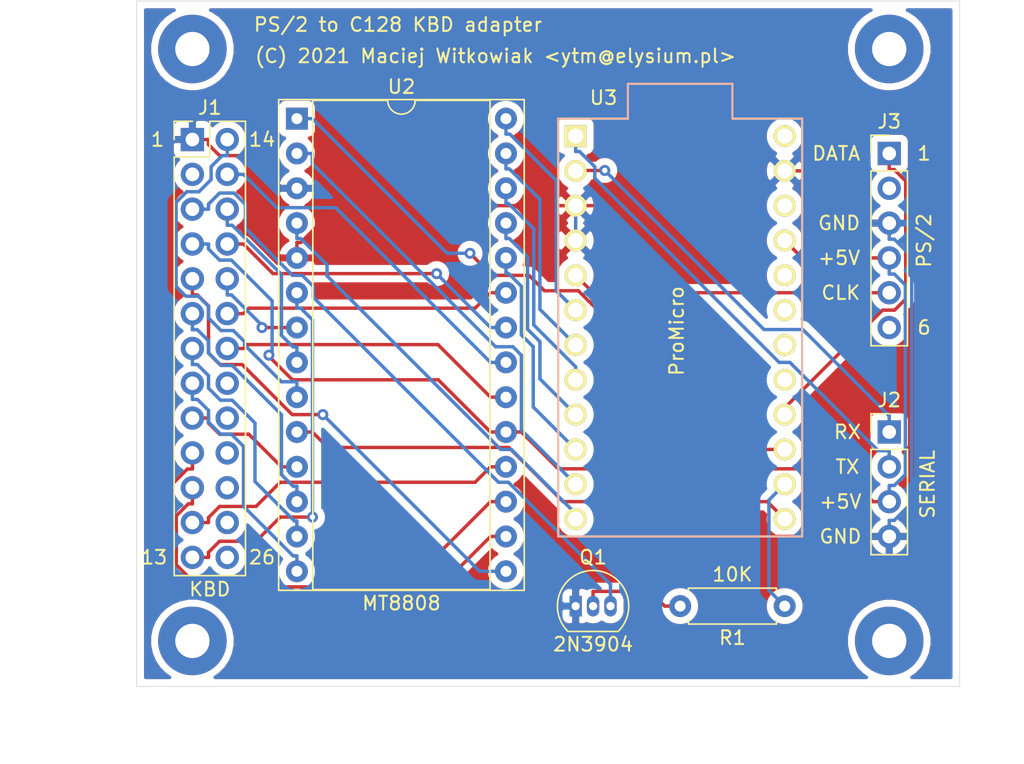
<source format=kicad_pcb>
(kicad_pcb (version 20171130) (host pcbnew "(5.1.6)-1")

  (general
    (thickness 1.6)
    (drawings 24)
    (tracks 303)
    (zones 0)
    (modules 11)
    (nets 35)
  )

  (page A4)
  (layers
    (0 F.Cu signal)
    (31 B.Cu signal)
    (32 B.Adhes user)
    (33 F.Adhes user)
    (34 B.Paste user)
    (35 F.Paste user)
    (36 B.SilkS user)
    (37 F.SilkS user)
    (38 B.Mask user)
    (39 F.Mask user)
    (40 Dwgs.User user)
    (41 Cmts.User user)
    (42 Eco1.User user)
    (43 Eco2.User user)
    (44 Edge.Cuts user)
    (45 Margin user)
    (46 B.CrtYd user)
    (47 F.CrtYd user)
    (48 B.Fab user)
    (49 F.Fab user)
  )

  (setup
    (last_trace_width 0.25)
    (trace_clearance 0.2)
    (zone_clearance 0.508)
    (zone_45_only no)
    (trace_min 0.2)
    (via_size 0.8)
    (via_drill 0.4)
    (via_min_size 0.4)
    (via_min_drill 0.3)
    (uvia_size 0.3)
    (uvia_drill 0.1)
    (uvias_allowed no)
    (uvia_min_size 0.2)
    (uvia_min_drill 0.1)
    (edge_width 0.05)
    (segment_width 0.2)
    (pcb_text_width 0.3)
    (pcb_text_size 1.5 1.5)
    (mod_edge_width 0.12)
    (mod_text_size 1 1)
    (mod_text_width 0.15)
    (pad_size 1.524 1.524)
    (pad_drill 0.762)
    (pad_to_mask_clearance 0.05)
    (aux_axis_origin 0 0)
    (visible_elements 7FFFFFFF)
    (pcbplotparams
      (layerselection 0x010f0_ffffffff)
      (usegerberextensions true)
      (usegerberattributes false)
      (usegerberadvancedattributes false)
      (creategerberjobfile false)
      (excludeedgelayer true)
      (linewidth 0.150000)
      (plotframeref false)
      (viasonmask false)
      (mode 1)
      (useauxorigin false)
      (hpglpennumber 1)
      (hpglpenspeed 20)
      (hpglpendiameter 15.000000)
      (psnegative false)
      (psa4output false)
      (plotreference true)
      (plotvalue false)
      (plotinvisibletext false)
      (padsonsilk false)
      (subtractmaskfromsilk true)
      (outputformat 1)
      (mirror false)
      (drillshape 0)
      (scaleselection 1)
      (outputdirectory "plots/"))
  )

  (net 0 "")
  (net 1 VCC)
  (net 2 GND)
  (net 3 "Net-(U2-Pad1)")
  (net 4 "Net-(U2-Pad2)")
  (net 5 "Net-(U2-Pad4)")
  (net 6 "Net-(U2-Pad10)")
  (net 7 "Net-(U2-Pad24)")
  (net 8 "Net-(U2-Pad25)")
  (net 9 "Net-(U2-Pad26)")
  (net 10 "Net-(U2-Pad27)")
  (net 11 "Net-(U2-Pad28)")
  (net 12 "Net-(J1-Pad5)")
  (net 13 "Net-(J1-Pad6)")
  (net 14 "Net-(J1-Pad7)")
  (net 15 "Net-(J1-Pad8)")
  (net 16 "Net-(J1-Pad9)")
  (net 17 "Net-(J1-Pad10)")
  (net 18 "Net-(J1-Pad11)")
  (net 19 "Net-(J1-Pad12)")
  (net 20 "Net-(J1-Pad13)")
  (net 21 "Net-(J1-Pad14)")
  (net 22 "Net-(J1-Pad15)")
  (net 23 "Net-(J1-Pad16)")
  (net 24 "Net-(J1-Pad17)")
  (net 25 "Net-(J1-Pad18)")
  (net 26 "Net-(J1-Pad19)")
  (net 27 "Net-(J1-Pad20)")
  (net 28 /~NMI)
  (net 29 /RX)
  (net 30 /TX)
  (net 31 /PS2DATA)
  (net 32 /PS2CLK)
  (net 33 "Net-(Q1-Pad2)")
  (net 34 "Net-(R1-Pad1)")

  (net_class Default "This is the default net class."
    (clearance 0.2)
    (trace_width 0.25)
    (via_dia 0.8)
    (via_drill 0.4)
    (uvia_dia 0.3)
    (uvia_drill 0.1)
    (add_net /PS2CLK)
    (add_net /PS2DATA)
    (add_net /RX)
    (add_net /TX)
    (add_net /~NMI)
    (add_net GND)
    (add_net "Net-(J1-Pad10)")
    (add_net "Net-(J1-Pad11)")
    (add_net "Net-(J1-Pad12)")
    (add_net "Net-(J1-Pad13)")
    (add_net "Net-(J1-Pad14)")
    (add_net "Net-(J1-Pad15)")
    (add_net "Net-(J1-Pad16)")
    (add_net "Net-(J1-Pad17)")
    (add_net "Net-(J1-Pad18)")
    (add_net "Net-(J1-Pad19)")
    (add_net "Net-(J1-Pad20)")
    (add_net "Net-(J1-Pad5)")
    (add_net "Net-(J1-Pad6)")
    (add_net "Net-(J1-Pad7)")
    (add_net "Net-(J1-Pad8)")
    (add_net "Net-(J1-Pad9)")
    (add_net "Net-(Q1-Pad2)")
    (add_net "Net-(R1-Pad1)")
    (add_net "Net-(U2-Pad1)")
    (add_net "Net-(U2-Pad10)")
    (add_net "Net-(U2-Pad2)")
    (add_net "Net-(U2-Pad24)")
    (add_net "Net-(U2-Pad25)")
    (add_net "Net-(U2-Pad26)")
    (add_net "Net-(U2-Pad27)")
    (add_net "Net-(U2-Pad28)")
    (add_net "Net-(U2-Pad4)")
    (add_net VCC)
  )

  (module Mounting_Holes:MountingHole_2.5mm_Pad (layer F.Cu) (tedit 56D1B4CB) (tstamp 616206AE)
    (at 99.06 106.68)
    (descr "Mounting Hole 2.5mm")
    (tags "mounting hole 2.5mm")
    (attr virtual)
    (fp_text reference REF** (at 0 -3.5) (layer F.SilkS) hide
      (effects (font (size 1 1) (thickness 0.15)))
    )
    (fp_text value MountingHole_2.5mm_Pad (at 0 3.5) (layer F.Fab)
      (effects (font (size 1 1) (thickness 0.15)))
    )
    (fp_circle (center 0 0) (end 2.75 0) (layer F.CrtYd) (width 0.05))
    (fp_circle (center 0 0) (end 2.5 0) (layer Cmts.User) (width 0.15))
    (fp_text user %R (at 0.3 0) (layer F.Fab)
      (effects (font (size 1 1) (thickness 0.15)))
    )
    (pad 1 thru_hole circle (at 0 0) (size 5 5) (drill 2.5) (layers *.Cu *.Mask))
  )

  (module Mounting_Holes:MountingHole_2.5mm_Pad (layer F.Cu) (tedit 56D1B4CB) (tstamp 61620496)
    (at 149.86 106.68)
    (descr "Mounting Hole 2.5mm")
    (tags "mounting hole 2.5mm")
    (attr virtual)
    (fp_text reference REF** (at 0 -3.5) (layer F.SilkS) hide
      (effects (font (size 1 1) (thickness 0.15)))
    )
    (fp_text value MountingHole_2.5mm_Pad (at 0 3.5) (layer F.Fab)
      (effects (font (size 1 1) (thickness 0.15)))
    )
    (fp_circle (center 0 0) (end 2.75 0) (layer F.CrtYd) (width 0.05))
    (fp_circle (center 0 0) (end 2.5 0) (layer Cmts.User) (width 0.15))
    (fp_text user %R (at 0.3 0) (layer F.Fab)
      (effects (font (size 1 1) (thickness 0.15)))
    )
    (pad 1 thru_hole circle (at 0 0) (size 5 5) (drill 2.5) (layers *.Cu *.Mask))
  )

  (module Mounting_Holes:MountingHole_2.5mm_Pad (layer F.Cu) (tedit 56D1B4CB) (tstamp 6162048B)
    (at 149.86 63.5)
    (descr "Mounting Hole 2.5mm")
    (tags "mounting hole 2.5mm")
    (attr virtual)
    (fp_text reference REF** (at 0 -3.5) (layer F.SilkS) hide
      (effects (font (size 1 1) (thickness 0.15)))
    )
    (fp_text value MountingHole_2.5mm_Pad (at 0 3.5) (layer F.Fab)
      (effects (font (size 1 1) (thickness 0.15)))
    )
    (fp_circle (center 0 0) (end 2.75 0) (layer F.CrtYd) (width 0.05))
    (fp_circle (center 0 0) (end 2.5 0) (layer Cmts.User) (width 0.15))
    (fp_text user %R (at 0.3 0) (layer F.Fab)
      (effects (font (size 1 1) (thickness 0.15)))
    )
    (pad 1 thru_hole circle (at 0 0) (size 5 5) (drill 2.5) (layers *.Cu *.Mask))
  )

  (module Mounting_Holes:MountingHole_2.5mm_Pad (layer F.Cu) (tedit 56D1B4CB) (tstamp 61620480)
    (at 99.06 63.5)
    (descr "Mounting Hole 2.5mm")
    (tags "mounting hole 2.5mm")
    (attr virtual)
    (fp_text reference REF** (at 0 -3.5) (layer F.SilkS) hide
      (effects (font (size 1 1) (thickness 0.15)))
    )
    (fp_text value MountingHole_2.5mm_Pad (at 0 3.5) (layer F.Fab)
      (effects (font (size 1 1) (thickness 0.15)))
    )
    (fp_circle (center 0 0) (end 2.75 0) (layer F.CrtYd) (width 0.05))
    (fp_circle (center 0 0) (end 2.5 0) (layer Cmts.User) (width 0.15))
    (fp_text user %R (at 0.3 0) (layer F.Fab)
      (effects (font (size 1 1) (thickness 0.15)))
    )
    (pad 1 thru_hole circle (at 0 0) (size 5 5) (drill 2.5) (layers *.Cu *.Mask))
  )

  (module Pin_Headers:Pin_Header_Straight_2x13_Pitch2.54mm (layer F.Cu) (tedit 6161F203) (tstamp 6161A768)
    (at 99.06 70.104)
    (descr "Through hole straight pin header, 2x13, 2.54mm pitch, double rows")
    (tags "Through hole pin header THT 2x13 2.54mm double row")
    (path /615DF75F)
    (fp_text reference J1 (at 1.27 -2.33) (layer F.SilkS)
      (effects (font (size 1 1) (thickness 0.15)))
    )
    (fp_text value KBD (at 1.27 32.81) (layer F.SilkS)
      (effects (font (size 1 1) (thickness 0.15)))
    )
    (fp_line (start 0 -1.27) (end 3.81 -1.27) (layer F.Fab) (width 0.1))
    (fp_line (start 3.81 -1.27) (end 3.81 31.75) (layer F.Fab) (width 0.1))
    (fp_line (start 3.81 31.75) (end -1.27 31.75) (layer F.Fab) (width 0.1))
    (fp_line (start -1.27 31.75) (end -1.27 0) (layer F.Fab) (width 0.1))
    (fp_line (start -1.27 0) (end 0 -1.27) (layer F.Fab) (width 0.1))
    (fp_line (start -1.33 31.81) (end 3.87 31.81) (layer F.SilkS) (width 0.12))
    (fp_line (start -1.33 1.27) (end -1.33 31.81) (layer F.SilkS) (width 0.12))
    (fp_line (start 3.87 -1.33) (end 3.87 31.81) (layer F.SilkS) (width 0.12))
    (fp_line (start -1.33 1.27) (end 1.27 1.27) (layer F.SilkS) (width 0.12))
    (fp_line (start 1.27 1.27) (end 1.27 -1.33) (layer F.SilkS) (width 0.12))
    (fp_line (start 1.27 -1.33) (end 3.87 -1.33) (layer F.SilkS) (width 0.12))
    (fp_line (start -1.33 0) (end -1.33 -1.33) (layer F.SilkS) (width 0.12))
    (fp_line (start -1.33 -1.33) (end 0 -1.33) (layer F.SilkS) (width 0.12))
    (fp_line (start -1.8 -1.8) (end -1.8 32.25) (layer F.CrtYd) (width 0.05))
    (fp_line (start -1.8 32.25) (end 4.35 32.25) (layer F.CrtYd) (width 0.05))
    (fp_line (start 4.35 32.25) (end 4.35 -1.8) (layer F.CrtYd) (width 0.05))
    (fp_line (start 4.35 -1.8) (end -1.8 -1.8) (layer F.CrtYd) (width 0.05))
    (fp_text user %R (at 1.27 15.24 90) (layer F.Fab)
      (effects (font (size 1 1) (thickness 0.15)))
    )
    (pad 1 thru_hole rect (at 0 0) (size 1.7 1.7) (drill 1) (layers *.Cu *.Mask)
      (net 2 GND))
    (pad 14 thru_hole oval (at 2.54 0) (size 1.7 1.7) (drill 1) (layers *.Cu *.Mask)
      (net 21 "Net-(J1-Pad14)"))
    (pad 2 thru_hole oval (at 0 2.54) (size 1.7 1.7) (drill 1) (layers *.Cu *.Mask))
    (pad 15 thru_hole oval (at 2.54 2.54) (size 1.7 1.7) (drill 1) (layers *.Cu *.Mask)
      (net 22 "Net-(J1-Pad15)"))
    (pad 3 thru_hole oval (at 0 5.08) (size 1.7 1.7) (drill 1) (layers *.Cu *.Mask)
      (net 28 /~NMI))
    (pad 16 thru_hole oval (at 2.54 5.08) (size 1.7 1.7) (drill 1) (layers *.Cu *.Mask)
      (net 23 "Net-(J1-Pad16)"))
    (pad 4 thru_hole oval (at 0 7.62) (size 1.7 1.7) (drill 1) (layers *.Cu *.Mask)
      (net 1 VCC))
    (pad 17 thru_hole oval (at 2.54 7.62) (size 1.7 1.7) (drill 1) (layers *.Cu *.Mask)
      (net 24 "Net-(J1-Pad17)"))
    (pad 5 thru_hole oval (at 0 10.16) (size 1.7 1.7) (drill 1) (layers *.Cu *.Mask)
      (net 12 "Net-(J1-Pad5)"))
    (pad 18 thru_hole oval (at 2.54 10.16) (size 1.7 1.7) (drill 1) (layers *.Cu *.Mask)
      (net 25 "Net-(J1-Pad18)"))
    (pad 6 thru_hole oval (at 0 12.7) (size 1.7 1.7) (drill 1) (layers *.Cu *.Mask)
      (net 13 "Net-(J1-Pad6)"))
    (pad 19 thru_hole oval (at 2.54 12.7) (size 1.7 1.7) (drill 1) (layers *.Cu *.Mask)
      (net 26 "Net-(J1-Pad19)"))
    (pad 7 thru_hole oval (at 0 15.24) (size 1.7 1.7) (drill 1) (layers *.Cu *.Mask)
      (net 14 "Net-(J1-Pad7)"))
    (pad 20 thru_hole oval (at 2.54 15.24) (size 1.7 1.7) (drill 1) (layers *.Cu *.Mask)
      (net 27 "Net-(J1-Pad20)"))
    (pad 8 thru_hole oval (at 0 17.78) (size 1.7 1.7) (drill 1) (layers *.Cu *.Mask)
      (net 15 "Net-(J1-Pad8)"))
    (pad 21 thru_hole oval (at 2.54 17.78) (size 1.7 1.7) (drill 1) (layers *.Cu *.Mask))
    (pad 9 thru_hole oval (at 0 20.32) (size 1.7 1.7) (drill 1) (layers *.Cu *.Mask)
      (net 16 "Net-(J1-Pad9)"))
    (pad 22 thru_hole oval (at 2.54 20.32) (size 1.7 1.7) (drill 1) (layers *.Cu *.Mask))
    (pad 10 thru_hole oval (at 0 22.86) (size 1.7 1.7) (drill 1) (layers *.Cu *.Mask)
      (net 17 "Net-(J1-Pad10)"))
    (pad 23 thru_hole oval (at 2.54 22.86) (size 1.7 1.7) (drill 1) (layers *.Cu *.Mask))
    (pad 11 thru_hole oval (at 0 25.4) (size 1.7 1.7) (drill 1) (layers *.Cu *.Mask)
      (net 18 "Net-(J1-Pad11)"))
    (pad 24 thru_hole oval (at 2.54 25.4) (size 1.7 1.7) (drill 1) (layers *.Cu *.Mask))
    (pad 12 thru_hole oval (at 0 27.94) (size 1.7 1.7) (drill 1) (layers *.Cu *.Mask)
      (net 19 "Net-(J1-Pad12)"))
    (pad 25 thru_hole oval (at 2.54 27.94) (size 1.7 1.7) (drill 1) (layers *.Cu *.Mask))
    (pad 13 thru_hole oval (at 0 30.48) (size 1.7 1.7) (drill 1) (layers *.Cu *.Mask)
      (net 20 "Net-(J1-Pad13)"))
    (pad 26 thru_hole oval (at 2.54 30.48) (size 1.7 1.7) (drill 1) (layers *.Cu *.Mask))
    (model ${KISYS3DMOD}/Pin_Headers.3dshapes/Pin_Header_Straight_2x13_Pitch2.54mm.wrl
      (at (xyz 0 0 0))
      (scale (xyz 1 1 1))
      (rotate (xyz 0 0 0))
    )
  )

  (module promicro:ProMicro (layer F.Cu) (tedit 5A06A962) (tstamp 6161A7A3)
    (at 134.62 83.82 270)
    (descr "Pro Micro footprint")
    (tags "promicro ProMicro")
    (path /615F6F02)
    (fp_text reference U3 (at -16.764 5.588 180) (layer F.SilkS)
      (effects (font (size 1 1) (thickness 0.15)))
    )
    (fp_text value ProMicro (at 0.254 0.254 90) (layer F.SilkS)
      (effects (font (size 1 1) (thickness 0.15)))
    )
    (fp_line (start 15.24 -8.89) (end 15.24 8.89) (layer F.SilkS) (width 0.15))
    (fp_line (start -15.24 -8.89) (end 15.24 -8.89) (layer F.SilkS) (width 0.15))
    (fp_line (start -15.24 -3.81) (end -15.24 -8.89) (layer F.SilkS) (width 0.15))
    (fp_line (start -17.78 -3.81) (end -15.24 -3.81) (layer F.SilkS) (width 0.15))
    (fp_line (start -17.78 3.81) (end -17.78 -3.81) (layer F.SilkS) (width 0.15))
    (fp_line (start -15.24 3.81) (end -17.78 3.81) (layer F.SilkS) (width 0.15))
    (fp_line (start -15.24 8.89) (end -15.24 3.81) (layer F.SilkS) (width 0.15))
    (fp_line (start -15.24 8.89) (end 15.24 8.89) (layer F.SilkS) (width 0.15))
    (fp_line (start -15.24 -8.89) (end 15.24 -8.89) (layer B.SilkS) (width 0.15))
    (fp_line (start -15.24 -3.81) (end -15.24 -8.89) (layer B.SilkS) (width 0.15))
    (fp_line (start -17.78 -3.81) (end -15.24 -3.81) (layer B.SilkS) (width 0.15))
    (fp_line (start -17.78 3.81) (end -17.78 -3.81) (layer B.SilkS) (width 0.15))
    (fp_line (start -15.24 3.81) (end -17.78 3.81) (layer B.SilkS) (width 0.15))
    (fp_line (start -15.24 8.89) (end -15.24 3.81) (layer B.SilkS) (width 0.15))
    (fp_line (start 15.24 8.89) (end -15.24 8.89) (layer B.SilkS) (width 0.15))
    (fp_line (start 15.24 -8.89) (end 15.24 8.89) (layer B.SilkS) (width 0.15))
    (pad 24 thru_hole circle (at -13.97 -7.62 270) (size 1.6 1.6) (drill 1.1) (layers *.Cu *.Mask F.SilkS))
    (pad 23 thru_hole circle (at -11.43 -7.62 270) (size 1.6 1.6) (drill 1.1) (layers *.Cu *.Mask F.SilkS)
      (net 2 GND))
    (pad 22 thru_hole circle (at -8.89 -7.62 270) (size 1.6 1.6) (drill 1.1) (layers *.Cu *.Mask F.SilkS))
    (pad 21 thru_hole circle (at -6.35 -7.62 270) (size 1.6 1.6) (drill 1.1) (layers *.Cu *.Mask F.SilkS)
      (net 1 VCC))
    (pad 20 thru_hole circle (at -3.81 -7.62 270) (size 1.6 1.6) (drill 1.1) (layers *.Cu *.Mask F.SilkS))
    (pad 19 thru_hole circle (at -1.27 -7.62 270) (size 1.6 1.6) (drill 1.1) (layers *.Cu *.Mask F.SilkS))
    (pad 18 thru_hole circle (at 1.27 -7.62 270) (size 1.6 1.6) (drill 1.1) (layers *.Cu *.Mask F.SilkS))
    (pad 17 thru_hole circle (at 3.81 -7.62 270) (size 1.6 1.6) (drill 1.1) (layers *.Cu *.Mask F.SilkS))
    (pad 16 thru_hole circle (at 6.35 -7.62 270) (size 1.6 1.6) (drill 1.1) (layers *.Cu *.Mask F.SilkS)
      (net 31 /PS2DATA))
    (pad 15 thru_hole circle (at 8.89 -7.62 270) (size 1.6 1.6) (drill 1.1) (layers *.Cu *.Mask F.SilkS)
      (net 3 "Net-(U2-Pad1)"))
    (pad 14 thru_hole circle (at 11.43 -7.62 270) (size 1.6 1.6) (drill 1.1) (layers *.Cu *.Mask F.SilkS)
      (net 34 "Net-(R1-Pad1)"))
    (pad 13 thru_hole circle (at 13.97 -7.62 270) (size 1.6 1.6) (drill 1.1) (layers *.Cu *.Mask F.SilkS)
      (net 6 "Net-(U2-Pad10)"))
    (pad 12 thru_hole circle (at 13.97 7.62 270) (size 1.6 1.6) (drill 1.1) (layers *.Cu *.Mask F.SilkS)
      (net 5 "Net-(U2-Pad4)"))
    (pad 11 thru_hole circle (at 11.43 7.62 270) (size 1.6 1.6) (drill 1.1) (layers *.Cu *.Mask F.SilkS)
      (net 4 "Net-(U2-Pad2)"))
    (pad 10 thru_hole circle (at 8.89 7.62 270) (size 1.6 1.6) (drill 1.1) (layers *.Cu *.Mask F.SilkS)
      (net 7 "Net-(U2-Pad24)"))
    (pad 9 thru_hole circle (at 6.35 7.62 270) (size 1.6 1.6) (drill 1.1) (layers *.Cu *.Mask F.SilkS)
      (net 8 "Net-(U2-Pad25)"))
    (pad 8 thru_hole circle (at 3.81 7.62 270) (size 1.6 1.6) (drill 1.1) (layers *.Cu *.Mask F.SilkS)
      (net 9 "Net-(U2-Pad26)"))
    (pad 7 thru_hole circle (at 1.27 7.62 270) (size 1.6 1.6) (drill 1.1) (layers *.Cu *.Mask F.SilkS)
      (net 10 "Net-(U2-Pad27)"))
    (pad 6 thru_hole circle (at -1.27 7.62 270) (size 1.6 1.6) (drill 1.1) (layers *.Cu *.Mask F.SilkS)
      (net 11 "Net-(U2-Pad28)"))
    (pad 5 thru_hole circle (at -3.81 7.62 270) (size 1.6 1.6) (drill 1.1) (layers *.Cu *.Mask F.SilkS)
      (net 32 /PS2CLK))
    (pad 4 thru_hole circle (at -6.35 7.62 270) (size 1.6 1.6) (drill 1.1) (layers *.Cu *.Mask F.SilkS)
      (net 2 GND))
    (pad 3 thru_hole circle (at -8.89 7.62 270) (size 1.6 1.6) (drill 1.1) (layers *.Cu *.Mask F.SilkS)
      (net 2 GND))
    (pad 2 thru_hole circle (at -11.43 7.62 270) (size 1.6 1.6) (drill 1.1) (layers *.Cu *.Mask F.SilkS)
      (net 29 /RX))
    (pad 1 thru_hole rect (at -13.97 7.62 270) (size 1.6 1.6) (drill 1.1) (layers *.Cu *.Mask F.SilkS)
      (net 30 /TX))
  )

  (module Housings_DIP:DIP-28_W15.24mm_Socket (layer F.Cu) (tedit 59C78D6C) (tstamp 6161A777)
    (at 106.68 68.58)
    (descr "28-lead though-hole mounted DIP package, row spacing 15.24 mm (600 mils), Socket")
    (tags "THT DIP DIL PDIP 2.54mm 15.24mm 600mil Socket")
    (path /6160A262)
    (fp_text reference U2 (at 7.62 -2.33) (layer F.SilkS)
      (effects (font (size 1 1) (thickness 0.15)))
    )
    (fp_text value MT8808 (at 7.62 35.35) (layer F.SilkS)
      (effects (font (size 1 1) (thickness 0.15)))
    )
    (fp_line (start 1.255 -1.27) (end 14.985 -1.27) (layer F.Fab) (width 0.1))
    (fp_line (start 14.985 -1.27) (end 14.985 34.29) (layer F.Fab) (width 0.1))
    (fp_line (start 14.985 34.29) (end 0.255 34.29) (layer F.Fab) (width 0.1))
    (fp_line (start 0.255 34.29) (end 0.255 -0.27) (layer F.Fab) (width 0.1))
    (fp_line (start 0.255 -0.27) (end 1.255 -1.27) (layer F.Fab) (width 0.1))
    (fp_line (start -1.27 -1.33) (end -1.27 34.35) (layer F.Fab) (width 0.1))
    (fp_line (start -1.27 34.35) (end 16.51 34.35) (layer F.Fab) (width 0.1))
    (fp_line (start 16.51 34.35) (end 16.51 -1.33) (layer F.Fab) (width 0.1))
    (fp_line (start 16.51 -1.33) (end -1.27 -1.33) (layer F.Fab) (width 0.1))
    (fp_line (start 6.62 -1.33) (end 1.16 -1.33) (layer F.SilkS) (width 0.12))
    (fp_line (start 1.16 -1.33) (end 1.16 34.35) (layer F.SilkS) (width 0.12))
    (fp_line (start 1.16 34.35) (end 14.08 34.35) (layer F.SilkS) (width 0.12))
    (fp_line (start 14.08 34.35) (end 14.08 -1.33) (layer F.SilkS) (width 0.12))
    (fp_line (start 14.08 -1.33) (end 8.62 -1.33) (layer F.SilkS) (width 0.12))
    (fp_line (start -1.33 -1.39) (end -1.33 34.41) (layer F.SilkS) (width 0.12))
    (fp_line (start -1.33 34.41) (end 16.57 34.41) (layer F.SilkS) (width 0.12))
    (fp_line (start 16.57 34.41) (end 16.57 -1.39) (layer F.SilkS) (width 0.12))
    (fp_line (start 16.57 -1.39) (end -1.33 -1.39) (layer F.SilkS) (width 0.12))
    (fp_line (start -1.55 -1.6) (end -1.55 34.65) (layer F.CrtYd) (width 0.05))
    (fp_line (start -1.55 34.65) (end 16.8 34.65) (layer F.CrtYd) (width 0.05))
    (fp_line (start 16.8 34.65) (end 16.8 -1.6) (layer F.CrtYd) (width 0.05))
    (fp_line (start 16.8 -1.6) (end -1.55 -1.6) (layer F.CrtYd) (width 0.05))
    (fp_arc (start 7.62 -1.33) (end 6.62 -1.33) (angle -180) (layer F.SilkS) (width 0.12))
    (fp_text user %R (at 7.62 16.51) (layer F.Fab)
      (effects (font (size 1 1) (thickness 0.15)))
    )
    (pad 1 thru_hole rect (at 0 0) (size 1.6 1.6) (drill 0.8) (layers *.Cu *.Mask)
      (net 3 "Net-(U2-Pad1)"))
    (pad 15 thru_hole oval (at 15.24 33.02) (size 1.6 1.6) (drill 0.8) (layers *.Cu *.Mask)
      (net 12 "Net-(J1-Pad5)"))
    (pad 2 thru_hole oval (at 0 2.54) (size 1.6 1.6) (drill 0.8) (layers *.Cu *.Mask)
      (net 4 "Net-(U2-Pad2)"))
    (pad 16 thru_hole oval (at 15.24 30.48) (size 1.6 1.6) (drill 0.8) (layers *.Cu *.Mask)
      (net 17 "Net-(J1-Pad10)"))
    (pad 3 thru_hole oval (at 0 5.08) (size 1.6 1.6) (drill 0.8) (layers *.Cu *.Mask)
      (net 2 GND))
    (pad 17 thru_hole oval (at 15.24 27.94) (size 1.6 1.6) (drill 0.8) (layers *.Cu *.Mask)
      (net 18 "Net-(J1-Pad11)"))
    (pad 4 thru_hole oval (at 0 7.62) (size 1.6 1.6) (drill 0.8) (layers *.Cu *.Mask)
      (net 5 "Net-(U2-Pad4)"))
    (pad 18 thru_hole oval (at 15.24 25.4) (size 1.6 1.6) (drill 0.8) (layers *.Cu *.Mask)
      (net 19 "Net-(J1-Pad12)"))
    (pad 5 thru_hole oval (at 0 10.16) (size 1.6 1.6) (drill 0.8) (layers *.Cu *.Mask)
      (net 2 GND))
    (pad 19 thru_hole oval (at 15.24 22.86) (size 1.6 1.6) (drill 0.8) (layers *.Cu *.Mask)
      (net 1 VCC))
    (pad 6 thru_hole oval (at 0 12.7) (size 1.6 1.6) (drill 0.8) (layers *.Cu *.Mask)
      (net 20 "Net-(J1-Pad13)"))
    (pad 20 thru_hole oval (at 15.24 20.32) (size 1.6 1.6) (drill 0.8) (layers *.Cu *.Mask)
      (net 27 "Net-(J1-Pad20)"))
    (pad 7 thru_hole oval (at 0 15.24) (size 1.6 1.6) (drill 0.8) (layers *.Cu *.Mask)
      (net 25 "Net-(J1-Pad18)"))
    (pad 21 thru_hole oval (at 15.24 17.78) (size 1.6 1.6) (drill 0.8) (layers *.Cu *.Mask)
      (net 22 "Net-(J1-Pad15)"))
    (pad 8 thru_hole oval (at 0 17.78) (size 1.6 1.6) (drill 0.8) (layers *.Cu *.Mask)
      (net 23 "Net-(J1-Pad16)"))
    (pad 22 thru_hole oval (at 15.24 15.24) (size 1.6 1.6) (drill 0.8) (layers *.Cu *.Mask)
      (net 24 "Net-(J1-Pad17)"))
    (pad 9 thru_hole oval (at 0 20.32) (size 1.6 1.6) (drill 0.8) (layers *.Cu *.Mask)
      (net 21 "Net-(J1-Pad14)"))
    (pad 23 thru_hole oval (at 15.24 12.7) (size 1.6 1.6) (drill 0.8) (layers *.Cu *.Mask)
      (net 26 "Net-(J1-Pad19)"))
    (pad 10 thru_hole oval (at 0 22.86) (size 1.6 1.6) (drill 0.8) (layers *.Cu *.Mask)
      (net 6 "Net-(U2-Pad10)"))
    (pad 24 thru_hole oval (at 15.24 10.16) (size 1.6 1.6) (drill 0.8) (layers *.Cu *.Mask)
      (net 7 "Net-(U2-Pad24)"))
    (pad 11 thru_hole oval (at 0 25.4) (size 1.6 1.6) (drill 0.8) (layers *.Cu *.Mask)
      (net 16 "Net-(J1-Pad9)"))
    (pad 25 thru_hole oval (at 15.24 7.62) (size 1.6 1.6) (drill 0.8) (layers *.Cu *.Mask)
      (net 8 "Net-(U2-Pad25)"))
    (pad 12 thru_hole oval (at 0 27.94) (size 1.6 1.6) (drill 0.8) (layers *.Cu *.Mask)
      (net 13 "Net-(J1-Pad6)"))
    (pad 26 thru_hole oval (at 15.24 5.08) (size 1.6 1.6) (drill 0.8) (layers *.Cu *.Mask)
      (net 9 "Net-(U2-Pad26)"))
    (pad 13 thru_hole oval (at 0 30.48) (size 1.6 1.6) (drill 0.8) (layers *.Cu *.Mask)
      (net 14 "Net-(J1-Pad7)"))
    (pad 27 thru_hole oval (at 15.24 2.54) (size 1.6 1.6) (drill 0.8) (layers *.Cu *.Mask)
      (net 10 "Net-(U2-Pad27)"))
    (pad 14 thru_hole oval (at 0 33.02) (size 1.6 1.6) (drill 0.8) (layers *.Cu *.Mask)
      (net 15 "Net-(J1-Pad8)"))
    (pad 28 thru_hole oval (at 15.24 0) (size 1.6 1.6) (drill 0.8) (layers *.Cu *.Mask)
      (net 11 "Net-(U2-Pad28)"))
    (model ${KISYS3DMOD}/Housings_DIP.3dshapes/DIP-28_W15.24mm_Socket.wrl
      (at (xyz 0 0 0))
      (scale (xyz 1 1 1))
      (rotate (xyz 0 0 0))
    )
  )

  (module Resistors_THT:R_Axial_DIN0207_L6.3mm_D2.5mm_P7.62mm_Horizontal (layer F.Cu) (tedit 5874F706) (tstamp 6161A774)
    (at 142.24 104.14 180)
    (descr "Resistor, Axial_DIN0207 series, Axial, Horizontal, pin pitch=7.62mm, 0.25W = 1/4W, length*diameter=6.3*2.5mm^2, http://cdn-reichelt.de/documents/datenblatt/B400/1_4W%23YAG.pdf")
    (tags "Resistor Axial_DIN0207 series Axial Horizontal pin pitch 7.62mm 0.25W = 1/4W length 6.3mm diameter 2.5mm")
    (path /616753CE)
    (fp_text reference R1 (at 3.81 -2.31) (layer F.SilkS)
      (effects (font (size 1 1) (thickness 0.15)))
    )
    (fp_text value 10K (at 3.81 2.31) (layer F.SilkS)
      (effects (font (size 1 1) (thickness 0.15)))
    )
    (fp_line (start 0.66 -1.25) (end 0.66 1.25) (layer F.Fab) (width 0.1))
    (fp_line (start 0.66 1.25) (end 6.96 1.25) (layer F.Fab) (width 0.1))
    (fp_line (start 6.96 1.25) (end 6.96 -1.25) (layer F.Fab) (width 0.1))
    (fp_line (start 6.96 -1.25) (end 0.66 -1.25) (layer F.Fab) (width 0.1))
    (fp_line (start 0 0) (end 0.66 0) (layer F.Fab) (width 0.1))
    (fp_line (start 7.62 0) (end 6.96 0) (layer F.Fab) (width 0.1))
    (fp_line (start 0.6 -0.98) (end 0.6 -1.31) (layer F.SilkS) (width 0.12))
    (fp_line (start 0.6 -1.31) (end 7.02 -1.31) (layer F.SilkS) (width 0.12))
    (fp_line (start 7.02 -1.31) (end 7.02 -0.98) (layer F.SilkS) (width 0.12))
    (fp_line (start 0.6 0.98) (end 0.6 1.31) (layer F.SilkS) (width 0.12))
    (fp_line (start 0.6 1.31) (end 7.02 1.31) (layer F.SilkS) (width 0.12))
    (fp_line (start 7.02 1.31) (end 7.02 0.98) (layer F.SilkS) (width 0.12))
    (fp_line (start -1.05 -1.6) (end -1.05 1.6) (layer F.CrtYd) (width 0.05))
    (fp_line (start -1.05 1.6) (end 8.7 1.6) (layer F.CrtYd) (width 0.05))
    (fp_line (start 8.7 1.6) (end 8.7 -1.6) (layer F.CrtYd) (width 0.05))
    (fp_line (start 8.7 -1.6) (end -1.05 -1.6) (layer F.CrtYd) (width 0.05))
    (pad 1 thru_hole circle (at 0 0 180) (size 1.6 1.6) (drill 0.8) (layers *.Cu *.Mask)
      (net 34 "Net-(R1-Pad1)"))
    (pad 2 thru_hole oval (at 7.62 0 180) (size 1.6 1.6) (drill 0.8) (layers *.Cu *.Mask)
      (net 33 "Net-(Q1-Pad2)"))
    (model ${KISYS3DMOD}/Resistors_THT.3dshapes/R_Axial_DIN0207_L6.3mm_D2.5mm_P7.62mm_Horizontal.wrl
      (at (xyz 0 0 0))
      (scale (xyz 0.393701 0.393701 0.393701))
      (rotate (xyz 0 0 0))
    )
  )

  (module TO_SOT_Packages_THT:TO-92_Inline_Narrow_Oval (layer F.Cu) (tedit 58CE52AF) (tstamp 6161A771)
    (at 127 104.14)
    (descr "TO-92 leads in-line, narrow, oval pads, drill 0.6mm (see NXP sot054_po.pdf)")
    (tags "to-92 sc-43 sc-43a sot54 PA33 transistor")
    (path /61654E20)
    (fp_text reference Q1 (at 1.27 -3.56) (layer F.SilkS)
      (effects (font (size 1 1) (thickness 0.15)))
    )
    (fp_text value 2N3904 (at 1.27 2.79) (layer F.SilkS)
      (effects (font (size 1 1) (thickness 0.15)))
    )
    (fp_line (start -0.53 1.85) (end 3.07 1.85) (layer F.SilkS) (width 0.12))
    (fp_line (start -0.5 1.75) (end 3 1.75) (layer F.Fab) (width 0.1))
    (fp_line (start -1.46 -2.73) (end 4 -2.73) (layer F.CrtYd) (width 0.05))
    (fp_line (start -1.46 -2.73) (end -1.46 2.01) (layer F.CrtYd) (width 0.05))
    (fp_line (start 4 2.01) (end 4 -2.73) (layer F.CrtYd) (width 0.05))
    (fp_line (start 4 2.01) (end -1.46 2.01) (layer F.CrtYd) (width 0.05))
    (fp_text user %R (at 1.27 -3.56) (layer F.Fab)
      (effects (font (size 1 1) (thickness 0.15)))
    )
    (fp_arc (start 1.27 0) (end 1.27 -2.48) (angle 135) (layer F.Fab) (width 0.1))
    (fp_arc (start 1.27 0) (end 1.27 -2.6) (angle -135) (layer F.SilkS) (width 0.12))
    (fp_arc (start 1.27 0) (end 1.27 -2.48) (angle -135) (layer F.Fab) (width 0.1))
    (fp_arc (start 1.27 0) (end 1.27 -2.6) (angle 135) (layer F.SilkS) (width 0.12))
    (pad 2 thru_hole oval (at 1.27 0 180) (size 0.9 1.5) (drill 0.6) (layers *.Cu *.Mask)
      (net 33 "Net-(Q1-Pad2)"))
    (pad 3 thru_hole oval (at 2.54 0 180) (size 0.9 1.5) (drill 0.6) (layers *.Cu *.Mask)
      (net 28 /~NMI))
    (pad 1 thru_hole rect (at 0 0 180) (size 0.9 1.5) (drill 0.6) (layers *.Cu *.Mask)
      (net 2 GND))
    (model ${KISYS3DMOD}/TO_SOT_Packages_THT.3dshapes/TO-92_Inline_Narrow_Oval.wrl
      (offset (xyz 1.269999980926514 0 0))
      (scale (xyz 1 1 1))
      (rotate (xyz 0 0 -90))
    )
  )

  (module Pin_Headers:Pin_Header_Straight_1x06_Pitch2.54mm (layer F.Cu) (tedit 59650532) (tstamp 6161A76E)
    (at 149.86 71.12)
    (descr "Through hole straight pin header, 1x06, 2.54mm pitch, single row")
    (tags "Through hole pin header THT 1x06 2.54mm single row")
    (path /6161A8C7)
    (fp_text reference J3 (at 0 -2.33) (layer F.SilkS)
      (effects (font (size 1 1) (thickness 0.15)))
    )
    (fp_text value Mini-DIN-6 (at 0 15.03) (layer F.Fab)
      (effects (font (size 1 1) (thickness 0.15)))
    )
    (fp_line (start -0.635 -1.27) (end 1.27 -1.27) (layer F.Fab) (width 0.1))
    (fp_line (start 1.27 -1.27) (end 1.27 13.97) (layer F.Fab) (width 0.1))
    (fp_line (start 1.27 13.97) (end -1.27 13.97) (layer F.Fab) (width 0.1))
    (fp_line (start -1.27 13.97) (end -1.27 -0.635) (layer F.Fab) (width 0.1))
    (fp_line (start -1.27 -0.635) (end -0.635 -1.27) (layer F.Fab) (width 0.1))
    (fp_line (start -1.33 14.03) (end 1.33 14.03) (layer F.SilkS) (width 0.12))
    (fp_line (start -1.33 1.27) (end -1.33 14.03) (layer F.SilkS) (width 0.12))
    (fp_line (start 1.33 1.27) (end 1.33 14.03) (layer F.SilkS) (width 0.12))
    (fp_line (start -1.33 1.27) (end 1.33 1.27) (layer F.SilkS) (width 0.12))
    (fp_line (start -1.33 0) (end -1.33 -1.33) (layer F.SilkS) (width 0.12))
    (fp_line (start -1.33 -1.33) (end 0 -1.33) (layer F.SilkS) (width 0.12))
    (fp_line (start -1.8 -1.8) (end -1.8 14.5) (layer F.CrtYd) (width 0.05))
    (fp_line (start -1.8 14.5) (end 1.8 14.5) (layer F.CrtYd) (width 0.05))
    (fp_line (start 1.8 14.5) (end 1.8 -1.8) (layer F.CrtYd) (width 0.05))
    (fp_line (start 1.8 -1.8) (end -1.8 -1.8) (layer F.CrtYd) (width 0.05))
    (fp_text user %R (at 0 6.35 90) (layer F.Fab)
      (effects (font (size 1 1) (thickness 0.15)))
    )
    (pad 1 thru_hole rect (at 0 0) (size 1.7 1.7) (drill 1) (layers *.Cu *.Mask)
      (net 31 /PS2DATA))
    (pad 2 thru_hole oval (at 0 2.54) (size 1.7 1.7) (drill 1) (layers *.Cu *.Mask))
    (pad 3 thru_hole oval (at 0 5.08) (size 1.7 1.7) (drill 1) (layers *.Cu *.Mask)
      (net 2 GND))
    (pad 4 thru_hole oval (at 0 7.62) (size 1.7 1.7) (drill 1) (layers *.Cu *.Mask)
      (net 1 VCC))
    (pad 5 thru_hole oval (at 0 10.16) (size 1.7 1.7) (drill 1) (layers *.Cu *.Mask)
      (net 32 /PS2CLK))
    (pad 6 thru_hole oval (at 0 12.7) (size 1.7 1.7) (drill 1) (layers *.Cu *.Mask))
    (model ${KISYS3DMOD}/Pin_Headers.3dshapes/Pin_Header_Straight_1x06_Pitch2.54mm.wrl
      (at (xyz 0 0 0))
      (scale (xyz 1 1 1))
      (rotate (xyz 0 0 0))
    )
  )

  (module Pin_Headers:Pin_Header_Straight_1x04_Pitch2.54mm (layer F.Cu) (tedit 59650532) (tstamp 6161A76B)
    (at 149.86 91.44)
    (descr "Through hole straight pin header, 1x04, 2.54mm pitch, single row")
    (tags "Through hole pin header THT 1x04 2.54mm single row")
    (path /6160B785)
    (fp_text reference J2 (at 0 -2.33) (layer F.SilkS)
      (effects (font (size 1 1) (thickness 0.15)))
    )
    (fp_text value SERIAL (at 0 9.95) (layer F.Fab)
      (effects (font (size 1 1) (thickness 0.15)))
    )
    (fp_line (start -0.635 -1.27) (end 1.27 -1.27) (layer F.Fab) (width 0.1))
    (fp_line (start 1.27 -1.27) (end 1.27 8.89) (layer F.Fab) (width 0.1))
    (fp_line (start 1.27 8.89) (end -1.27 8.89) (layer F.Fab) (width 0.1))
    (fp_line (start -1.27 8.89) (end -1.27 -0.635) (layer F.Fab) (width 0.1))
    (fp_line (start -1.27 -0.635) (end -0.635 -1.27) (layer F.Fab) (width 0.1))
    (fp_line (start -1.33 8.95) (end 1.33 8.95) (layer F.SilkS) (width 0.12))
    (fp_line (start -1.33 1.27) (end -1.33 8.95) (layer F.SilkS) (width 0.12))
    (fp_line (start 1.33 1.27) (end 1.33 8.95) (layer F.SilkS) (width 0.12))
    (fp_line (start -1.33 1.27) (end 1.33 1.27) (layer F.SilkS) (width 0.12))
    (fp_line (start -1.33 0) (end -1.33 -1.33) (layer F.SilkS) (width 0.12))
    (fp_line (start -1.33 -1.33) (end 0 -1.33) (layer F.SilkS) (width 0.12))
    (fp_line (start -1.8 -1.8) (end -1.8 9.4) (layer F.CrtYd) (width 0.05))
    (fp_line (start -1.8 9.4) (end 1.8 9.4) (layer F.CrtYd) (width 0.05))
    (fp_line (start 1.8 9.4) (end 1.8 -1.8) (layer F.CrtYd) (width 0.05))
    (fp_line (start 1.8 -1.8) (end -1.8 -1.8) (layer F.CrtYd) (width 0.05))
    (fp_text user %R (at 0 3.81 90) (layer F.Fab)
      (effects (font (size 1 1) (thickness 0.15)))
    )
    (pad 1 thru_hole rect (at 0 0) (size 1.7 1.7) (drill 1) (layers *.Cu *.Mask)
      (net 29 /RX))
    (pad 2 thru_hole oval (at 0 2.54) (size 1.7 1.7) (drill 1) (layers *.Cu *.Mask)
      (net 30 /TX))
    (pad 3 thru_hole oval (at 0 5.08) (size 1.7 1.7) (drill 1) (layers *.Cu *.Mask)
      (net 1 VCC))
    (pad 4 thru_hole oval (at 0 7.62) (size 1.7 1.7) (drill 1) (layers *.Cu *.Mask)
      (net 2 GND))
    (model ${KISYS3DMOD}/Pin_Headers.3dshapes/Pin_Header_Straight_1x04_Pitch2.54mm.wrl
      (at (xyz 0 0 0))
      (scale (xyz 1 1 1))
      (rotate (xyz 0 0 0))
    )
  )

  (gr_text 6 (at 152.4 83.82) (layer F.SilkS)
    (effects (font (size 1 1) (thickness 0.15)))
  )
  (gr_text 1 (at 152.4 71.12) (layer F.SilkS)
    (effects (font (size 1 1) (thickness 0.15)))
  )
  (gr_text "PS/2 to C128 KBD adapter" (at 114.046 61.722) (layer F.SilkS)
    (effects (font (size 1 1) (thickness 0.15)))
  )
  (gr_text "(C) 2021 Maciej Witkowiak <ytm@elysium.pl>" (at 121.158 64.008) (layer F.SilkS)
    (effects (font (size 1 1) (thickness 0.15)))
  )
  (gr_text 14 (at 104.14 70.104) (layer F.SilkS)
    (effects (font (size 1 1) (thickness 0.15)))
  )
  (gr_text 13 (at 96.266 100.584) (layer F.SilkS)
    (effects (font (size 1 1) (thickness 0.15)))
  )
  (gr_text 26 (at 104.14 100.584) (layer F.SilkS)
    (effects (font (size 1 1) (thickness 0.15)))
  )
  (gr_text 1 (at 96.52 70.104) (layer F.SilkS)
    (effects (font (size 1 1) (thickness 0.15)))
  )
  (gr_text SERIAL (at 152.654 95.25 90) (layer F.SilkS)
    (effects (font (size 1 1) (thickness 0.15)))
  )
  (gr_text PS/2 (at 152.4 77.47 90) (layer F.SilkS)
    (effects (font (size 1 1) (thickness 0.15)))
  )
  (gr_text GND (at 146.304 99.06) (layer F.SilkS)
    (effects (font (size 1 1) (thickness 0.15)))
  )
  (gr_text +5V (at 146.304 96.52) (layer F.SilkS)
    (effects (font (size 1 1) (thickness 0.15)))
  )
  (gr_text TX (at 146.812 93.98) (layer F.SilkS)
    (effects (font (size 1 1) (thickness 0.15)))
  )
  (gr_text RX (at 146.812 91.44) (layer F.SilkS)
    (effects (font (size 1 1) (thickness 0.15)))
  )
  (gr_text CLK (at 147.828 81.28) (layer F.SilkS)
    (effects (font (size 1 1) (thickness 0.15)) (justify right))
  )
  (gr_text +5V (at 147.828 78.74) (layer F.SilkS)
    (effects (font (size 1 1) (thickness 0.15)) (justify right))
  )
  (gr_text GND (at 147.828 76.2) (layer F.SilkS)
    (effects (font (size 1 1) (thickness 0.15)) (justify right))
  )
  (gr_text DATA (at 147.828 71.12) (layer F.SilkS)
    (effects (font (size 1 1) (thickness 0.15)) (justify right))
  )
  (gr_line (start 155 60) (end 95 60) (layer Edge.Cuts) (width 0.05) (tstamp 6161A8AC))
  (gr_line (start 155 110) (end 155 60) (layer Edge.Cuts) (width 0.05))
  (gr_line (start 95 110) (end 155 110) (layer Edge.Cuts) (width 0.05))
  (gr_line (start 95 60) (end 95 110) (layer Edge.Cuts) (width 0.05))
  (dimension 60 (width 0.15) (layer Dwgs.User)
    (gr_text "60,000 mm" (at 125 116.3) (layer Dwgs.User)
      (effects (font (size 1 1) (thickness 0.15)))
    )
    (feature1 (pts (xy 155 110) (xy 155 115.586421)))
    (feature2 (pts (xy 95 110) (xy 95 115.586421)))
    (crossbar (pts (xy 95 115) (xy 155 115)))
    (arrow1a (pts (xy 155 115) (xy 153.873496 115.586421)))
    (arrow1b (pts (xy 155 115) (xy 153.873496 114.413579)))
    (arrow2a (pts (xy 95 115) (xy 96.126504 115.586421)))
    (arrow2b (pts (xy 95 115) (xy 96.126504 114.413579)))
  )
  (dimension 50 (width 0.15) (layer Dwgs.User)
    (gr_text "50,000 mm" (at 88.7 85 90) (layer Dwgs.User)
      (effects (font (size 1 1) (thickness 0.15)))
    )
    (feature1 (pts (xy 95 60) (xy 89.413579 60)))
    (feature2 (pts (xy 95 110) (xy 89.413579 110)))
    (crossbar (pts (xy 90 110) (xy 90 60)))
    (arrow1a (pts (xy 90 60) (xy 90.586421 61.126504)))
    (arrow1b (pts (xy 90 60) (xy 89.413579 61.126504)))
    (arrow2a (pts (xy 90 110) (xy 90.586421 108.873496)))
    (arrow2b (pts (xy 90 110) (xy 89.413579 108.873496)))
  )

  (segment (start 100.2353 77.724) (end 100.2353 78.0914) (width 0.25) (layer B.Cu) (net 1))
  (segment (start 100.2353 78.0914) (end 101.0432 78.8993) (width 0.25) (layer B.Cu) (net 1))
  (segment (start 101.0432 78.8993) (end 101.8977 78.8993) (width 0.25) (layer B.Cu) (net 1))
  (segment (start 101.8977 78.8993) (end 104.8707 81.8723) (width 0.25) (layer B.Cu) (net 1))
  (segment (start 104.8707 81.8723) (end 104.8707 85.5962) (width 0.25) (layer B.Cu) (net 1))
  (segment (start 104.8707 85.5962) (end 104.6373 85.8296) (width 0.25) (layer B.Cu) (net 1))
  (segment (start 120.7947 91.44) (end 116.9847 87.63) (width 0.25) (layer F.Cu) (net 1))
  (segment (start 116.9847 87.63) (end 106.3494 87.63) (width 0.25) (layer F.Cu) (net 1))
  (segment (start 106.3494 87.63) (end 104.6373 85.9179) (width 0.25) (layer F.Cu) (net 1))
  (segment (start 104.6373 85.9179) (end 104.6373 85.8296) (width 0.25) (layer F.Cu) (net 1))
  (segment (start 121.92 91.44) (end 120.7947 91.44) (width 0.25) (layer F.Cu) (net 1))
  (segment (start 121.92 91.44) (end 123.0453 91.44) (width 0.25) (layer F.Cu) (net 1))
  (segment (start 149.86 96.52) (end 148.6847 96.52) (width 0.25) (layer F.Cu) (net 1))
  (segment (start 148.6847 96.52) (end 146.2893 94.1246) (width 0.25) (layer F.Cu) (net 1))
  (segment (start 146.2893 94.1246) (end 125.7299 94.1246) (width 0.25) (layer F.Cu) (net 1))
  (segment (start 125.7299 94.1246) (end 123.0453 91.44) (width 0.25) (layer F.Cu) (net 1))
  (segment (start 99.06 77.724) (end 100.2353 77.724) (width 0.25) (layer B.Cu) (net 1))
  (segment (start 149.86 78.74) (end 149.86 79.9153) (width 0.25) (layer B.Cu) (net 1))
  (segment (start 149.86 96.52) (end 149.86 95.3447) (width 0.25) (layer B.Cu) (net 1))
  (segment (start 149.86 95.3447) (end 150.2273 95.3447) (width 0.25) (layer B.Cu) (net 1))
  (segment (start 150.2273 95.3447) (end 151.0353 94.5367) (width 0.25) (layer B.Cu) (net 1))
  (segment (start 151.0353 94.5367) (end 151.0353 80.7232) (width 0.25) (layer B.Cu) (net 1))
  (segment (start 151.0353 80.7232) (end 150.2274 79.9153) (width 0.25) (layer B.Cu) (net 1))
  (segment (start 150.2274 79.9153) (end 149.86 79.9153) (width 0.25) (layer B.Cu) (net 1))
  (segment (start 149.86 78.74) (end 143.51 78.74) (width 0.25) (layer F.Cu) (net 1))
  (segment (start 143.51 78.74) (end 142.24 77.47) (width 0.25) (layer F.Cu) (net 1))
  (via (at 104.6373 85.8296) (size 0.8) (layers F.Cu B.Cu) (net 1))
  (segment (start 149.86 76.2) (end 148.6847 76.2) (width 0.25) (layer F.Cu) (net 2))
  (segment (start 148.6847 76.2) (end 144.8747 72.39) (width 0.25) (layer F.Cu) (net 2))
  (segment (start 144.8747 72.39) (end 142.24 72.39) (width 0.25) (layer F.Cu) (net 2))
  (segment (start 106.68 78.74) (end 106.68 77.6147) (width 0.25) (layer F.Cu) (net 2))
  (segment (start 109.0753 74.93) (end 107.8053 73.66) (width 0.25) (layer F.Cu) (net 2))
  (segment (start 127 74.93) (end 109.0753 74.93) (width 0.25) (layer F.Cu) (net 2))
  (segment (start 106.68 77.6147) (end 106.9613 77.6147) (width 0.25) (layer F.Cu) (net 2))
  (segment (start 106.9613 77.6147) (end 109.0753 75.5007) (width 0.25) (layer F.Cu) (net 2))
  (segment (start 109.0753 75.5007) (end 109.0753 74.93) (width 0.25) (layer F.Cu) (net 2))
  (segment (start 106.68 73.66) (end 107.8053 73.66) (width 0.25) (layer F.Cu) (net 2))
  (segment (start 142.24 72.39) (end 139.7 74.93) (width 0.25) (layer F.Cu) (net 2))
  (segment (start 139.7 74.93) (end 127 74.93) (width 0.25) (layer F.Cu) (net 2))
  (segment (start 105.5547 73.66) (end 105.5547 73.6095) (width 0.25) (layer F.Cu) (net 2))
  (segment (start 105.5547 73.6095) (end 103.2245 71.2793) (width 0.25) (layer F.Cu) (net 2))
  (segment (start 103.2245 71.2793) (end 101.0432 71.2793) (width 0.25) (layer F.Cu) (net 2))
  (segment (start 101.0432 71.2793) (end 100.2353 70.4714) (width 0.25) (layer F.Cu) (net 2))
  (segment (start 100.2353 70.4714) (end 100.2353 70.104) (width 0.25) (layer F.Cu) (net 2))
  (segment (start 106.68 73.66) (end 105.5547 73.66) (width 0.25) (layer F.Cu) (net 2))
  (segment (start 99.06 70.104) (end 100.2353 70.104) (width 0.25) (layer F.Cu) (net 2))
  (segment (start 149.86 76.2) (end 149.86 77.3753) (width 0.25) (layer B.Cu) (net 2))
  (segment (start 149.86 99.06) (end 149.86 97.8847) (width 0.25) (layer B.Cu) (net 2))
  (segment (start 149.86 97.8847) (end 150.2273 97.8847) (width 0.25) (layer B.Cu) (net 2))
  (segment (start 150.2273 97.8847) (end 151.4966 96.6154) (width 0.25) (layer B.Cu) (net 2))
  (segment (start 151.4966 96.6154) (end 151.4966 78.6446) (width 0.25) (layer B.Cu) (net 2))
  (segment (start 151.4966 78.6446) (end 150.2273 77.3753) (width 0.25) (layer B.Cu) (net 2))
  (segment (start 150.2273 77.3753) (end 149.86 77.3753) (width 0.25) (layer B.Cu) (net 2))
  (segment (start 127 74.93) (end 127 77.47) (width 0.25) (layer B.Cu) (net 2))
  (segment (start 127 104.14) (end 127 103.0647) (width 0.25) (layer F.Cu) (net 2))
  (segment (start 127 103.0647) (end 131.0047 99.06) (width 0.25) (layer F.Cu) (net 2))
  (segment (start 131.0047 99.06) (end 149.86 99.06) (width 0.25) (layer F.Cu) (net 2))
  (segment (start 106.68 68.58) (end 107.8053 68.58) (width 0.25) (layer B.Cu) (net 3))
  (segment (start 119.2975 78.4011) (end 120.9064 80.01) (width 0.25) (layer F.Cu) (net 3))
  (segment (start 120.9064 80.01) (end 123.5983 80.01) (width 0.25) (layer F.Cu) (net 3))
  (segment (start 123.5983 80.01) (end 124.7237 81.1354) (width 0.25) (layer F.Cu) (net 3))
  (segment (start 124.7237 81.1354) (end 127.1983 81.1354) (width 0.25) (layer F.Cu) (net 3))
  (segment (start 127.1983 81.1354) (end 138.7729 92.71) (width 0.25) (layer F.Cu) (net 3))
  (segment (start 138.7729 92.71) (end 142.24 92.71) (width 0.25) (layer F.Cu) (net 3))
  (segment (start 107.8053 68.58) (end 117.6264 78.4011) (width 0.25) (layer B.Cu) (net 3))
  (segment (start 117.6264 78.4011) (end 119.2975 78.4011) (width 0.25) (layer B.Cu) (net 3))
  (via (at 119.2975 78.4011) (size 0.8) (layers F.Cu B.Cu) (net 3))
  (segment (start 106.68 71.12) (end 107.8053 71.12) (width 0.25) (layer B.Cu) (net 4))
  (segment (start 107.8053 71.12) (end 107.8053 71.8585) (width 0.25) (layer B.Cu) (net 4))
  (segment (start 107.8053 71.8585) (end 121.1667 85.2199) (width 0.25) (layer B.Cu) (net 4))
  (segment (start 121.1667 85.2199) (end 122.4245 85.2199) (width 0.25) (layer B.Cu) (net 4))
  (segment (start 122.4245 85.2199) (end 123.0454 85.8408) (width 0.25) (layer B.Cu) (net 4))
  (segment (start 123.0454 85.8408) (end 123.0454 91.2954) (width 0.25) (layer B.Cu) (net 4))
  (segment (start 123.0454 91.2954) (end 127 95.25) (width 0.25) (layer B.Cu) (net 4))
  (segment (start 106.68 77.3253) (end 106.9614 77.3253) (width 0.25) (layer B.Cu) (net 5))
  (segment (start 106.9614 77.3253) (end 108.8766 79.2405) (width 0.25) (layer B.Cu) (net 5))
  (segment (start 108.8766 79.2405) (end 108.8766 80.0531) (width 0.25) (layer B.Cu) (net 5))
  (segment (start 108.8766 80.0531) (end 121.5335 92.71) (width 0.25) (layer B.Cu) (net 5))
  (segment (start 121.5335 92.71) (end 122.3151 92.71) (width 0.25) (layer B.Cu) (net 5))
  (segment (start 122.3151 92.71) (end 127 97.3949) (width 0.25) (layer B.Cu) (net 5))
  (segment (start 127 97.3949) (end 127 97.79) (width 0.25) (layer B.Cu) (net 5))
  (segment (start 106.68 76.2) (end 106.68 77.3253) (width 0.25) (layer B.Cu) (net 5))
  (segment (start 106.68 91.44) (end 107.8053 91.44) (width 0.25) (layer F.Cu) (net 6))
  (segment (start 107.8053 91.44) (end 108.9306 92.5653) (width 0.25) (layer F.Cu) (net 6))
  (segment (start 108.9306 92.5653) (end 122.1294 92.5653) (width 0.25) (layer F.Cu) (net 6))
  (segment (start 122.1294 92.5653) (end 126.0841 96.52) (width 0.25) (layer F.Cu) (net 6))
  (segment (start 126.0841 96.52) (end 140.97 96.52) (width 0.25) (layer F.Cu) (net 6))
  (segment (start 140.97 96.52) (end 142.24 97.79) (width 0.25) (layer F.Cu) (net 6))
  (segment (start 127 92.71) (end 123.9074 89.6174) (width 0.25) (layer B.Cu) (net 7))
  (segment (start 123.9074 89.6174) (end 123.9074 85.2218) (width 0.25) (layer B.Cu) (net 7))
  (segment (start 123.9074 85.2218) (end 123.0453 84.3597) (width 0.25) (layer B.Cu) (net 7))
  (segment (start 123.0453 84.3597) (end 123.0453 80.8138) (width 0.25) (layer B.Cu) (net 7))
  (segment (start 123.0453 80.8138) (end 122.0968 79.8653) (width 0.25) (layer B.Cu) (net 7))
  (segment (start 122.0968 79.8653) (end 121.92 79.8653) (width 0.25) (layer B.Cu) (net 7))
  (segment (start 121.92 78.74) (end 121.92 79.8653) (width 0.25) (layer B.Cu) (net 7))
  (segment (start 127 90.17) (end 124.3962 87.5662) (width 0.25) (layer B.Cu) (net 8))
  (segment (start 124.3962 87.5662) (end 124.3962 84.8489) (width 0.25) (layer B.Cu) (net 8))
  (segment (start 124.3962 84.8489) (end 123.4956 83.9483) (width 0.25) (layer B.Cu) (net 8))
  (segment (start 123.4956 83.9483) (end 123.4956 78.6507) (width 0.25) (layer B.Cu) (net 8))
  (segment (start 123.4956 78.6507) (end 122.1702 77.3253) (width 0.25) (layer B.Cu) (net 8))
  (segment (start 122.1702 77.3253) (end 121.92 77.3253) (width 0.25) (layer B.Cu) (net 8))
  (segment (start 121.92 76.2) (end 121.92 77.3253) (width 0.25) (layer B.Cu) (net 8))
  (segment (start 121.92 73.66) (end 121.92 74.7853) (width 0.25) (layer B.Cu) (net 9))
  (segment (start 121.92 74.7853) (end 122.12 74.7853) (width 0.25) (layer B.Cu) (net 9))
  (segment (start 122.12 74.7853) (end 123.9459 76.6112) (width 0.25) (layer B.Cu) (net 9))
  (segment (start 123.9459 76.6112) (end 123.9459 83.6274) (width 0.25) (layer B.Cu) (net 9))
  (segment (start 123.9459 83.6274) (end 127 86.6815) (width 0.25) (layer B.Cu) (net 9))
  (segment (start 127 86.6815) (end 127 87.63) (width 0.25) (layer B.Cu) (net 9))
  (segment (start 121.92 72.2453) (end 122.1702 72.2453) (width 0.25) (layer B.Cu) (net 10))
  (segment (start 122.1702 72.2453) (end 124.3962 74.4713) (width 0.25) (layer B.Cu) (net 10))
  (segment (start 124.3962 74.4713) (end 124.3962 82.4862) (width 0.25) (layer B.Cu) (net 10))
  (segment (start 124.3962 82.4862) (end 127 85.09) (width 0.25) (layer B.Cu) (net 10))
  (segment (start 121.92 71.12) (end 121.92 72.2453) (width 0.25) (layer B.Cu) (net 10))
  (segment (start 121.92 68.58) (end 121.92 69.7053) (width 0.25) (layer B.Cu) (net 11))
  (segment (start 121.92 69.7053) (end 122.2013 69.7053) (width 0.25) (layer B.Cu) (net 11))
  (segment (start 122.2013 69.7053) (end 125.5854 73.0894) (width 0.25) (layer B.Cu) (net 11))
  (segment (start 125.5854 73.0894) (end 125.5854 81.1354) (width 0.25) (layer B.Cu) (net 11))
  (segment (start 125.5854 81.1354) (end 127 82.55) (width 0.25) (layer B.Cu) (net 11))
  (segment (start 99.06 81.4393) (end 99.4274 81.4393) (width 0.25) (layer F.Cu) (net 12))
  (segment (start 99.4274 81.4393) (end 100.2353 82.2472) (width 0.25) (layer F.Cu) (net 12))
  (segment (start 100.2353 82.2472) (end 100.2353 85.6879) (width 0.25) (layer F.Cu) (net 12))
  (segment (start 100.2353 85.6879) (end 101.0668 86.5194) (width 0.25) (layer F.Cu) (net 12))
  (segment (start 101.0668 86.5194) (end 102.6878 86.5194) (width 0.25) (layer F.Cu) (net 12))
  (segment (start 102.6878 86.5194) (end 106.3384 90.17) (width 0.25) (layer F.Cu) (net 12))
  (segment (start 106.3384 90.17) (end 108.5686 90.17) (width 0.25) (layer F.Cu) (net 12))
  (segment (start 121.92 101.6) (end 119.9986 101.6) (width 0.25) (layer B.Cu) (net 12))
  (segment (start 119.9986 101.6) (end 108.5686 90.17) (width 0.25) (layer B.Cu) (net 12))
  (segment (start 99.06 80.264) (end 99.06 81.4393) (width 0.25) (layer F.Cu) (net 12))
  (via (at 108.5686 90.17) (size 0.8) (layers F.Cu B.Cu) (net 12))
  (segment (start 99.06 82.804) (end 99.06 83.9793) (width 0.25) (layer B.Cu) (net 13))
  (segment (start 106.68 96.52) (end 106.68 95.3947) (width 0.25) (layer B.Cu) (net 13))
  (segment (start 106.68 95.3947) (end 106.3986 95.3947) (width 0.25) (layer B.Cu) (net 13))
  (segment (start 106.3986 95.3947) (end 105.5547 94.5508) (width 0.25) (layer B.Cu) (net 13))
  (segment (start 105.5547 94.5508) (end 105.5547 90.1763) (width 0.25) (layer B.Cu) (net 13))
  (segment (start 105.5547 90.1763) (end 101.959 86.5806) (width 0.25) (layer B.Cu) (net 13))
  (segment (start 101.959 86.5806) (end 101.1524 86.5806) (width 0.25) (layer B.Cu) (net 13))
  (segment (start 101.1524 86.5806) (end 100.2353 85.6635) (width 0.25) (layer B.Cu) (net 13))
  (segment (start 100.2353 85.6635) (end 100.2353 84.7872) (width 0.25) (layer B.Cu) (net 13))
  (segment (start 100.2353 84.7872) (end 99.4274 83.9793) (width 0.25) (layer B.Cu) (net 13))
  (segment (start 99.4274 83.9793) (end 99.06 83.9793) (width 0.25) (layer B.Cu) (net 13))
  (segment (start 106.68 97.9347) (end 106.5032 97.9347) (width 0.25) (layer B.Cu) (net 14))
  (segment (start 106.5032 97.9347) (end 103.6224 95.0539) (width 0.25) (layer B.Cu) (net 14))
  (segment (start 103.6224 95.0539) (end 103.6224 90.7828) (width 0.25) (layer B.Cu) (net 14))
  (segment (start 103.6224 90.7828) (end 101.9602 89.1206) (width 0.25) (layer B.Cu) (net 14))
  (segment (start 101.9602 89.1206) (end 101.1084 89.1206) (width 0.25) (layer B.Cu) (net 14))
  (segment (start 101.1084 89.1206) (end 100.2353 88.2475) (width 0.25) (layer B.Cu) (net 14))
  (segment (start 100.2353 88.2475) (end 100.2353 87.3272) (width 0.25) (layer B.Cu) (net 14))
  (segment (start 100.2353 87.3272) (end 99.4274 86.5193) (width 0.25) (layer B.Cu) (net 14))
  (segment (start 99.4274 86.5193) (end 99.06 86.5193) (width 0.25) (layer B.Cu) (net 14))
  (segment (start 99.06 85.344) (end 99.06 86.5193) (width 0.25) (layer B.Cu) (net 14))
  (segment (start 106.68 99.06) (end 106.68 97.9347) (width 0.25) (layer B.Cu) (net 14))
  (segment (start 99.06 87.884) (end 99.06 89.0593) (width 0.25) (layer B.Cu) (net 15))
  (segment (start 106.68 101.6) (end 106.68 100.4747) (width 0.25) (layer B.Cu) (net 15))
  (segment (start 106.68 100.4747) (end 106.3987 100.4747) (width 0.25) (layer B.Cu) (net 15))
  (segment (start 106.3987 100.4747) (end 102.7889 96.8649) (width 0.25) (layer B.Cu) (net 15))
  (segment (start 102.7889 96.8649) (end 102.7889 92.4906) (width 0.25) (layer B.Cu) (net 15))
  (segment (start 102.7889 92.4906) (end 101.8977 91.5994) (width 0.25) (layer B.Cu) (net 15))
  (segment (start 101.8977 91.5994) (end 101.1106 91.5994) (width 0.25) (layer B.Cu) (net 15))
  (segment (start 101.1106 91.5994) (end 100.2353 90.7241) (width 0.25) (layer B.Cu) (net 15))
  (segment (start 100.2353 90.7241) (end 100.2353 89.8672) (width 0.25) (layer B.Cu) (net 15))
  (segment (start 100.2353 89.8672) (end 99.4274 89.0593) (width 0.25) (layer B.Cu) (net 15))
  (segment (start 99.4274 89.0593) (end 99.06 89.0593) (width 0.25) (layer B.Cu) (net 15))
  (segment (start 99.06 90.424) (end 100.2353 90.424) (width 0.25) (layer F.Cu) (net 16))
  (segment (start 106.68 93.98) (end 105.5547 93.98) (width 0.25) (layer F.Cu) (net 16))
  (segment (start 105.5547 93.98) (end 103.174 91.5993) (width 0.25) (layer F.Cu) (net 16))
  (segment (start 103.174 91.5993) (end 101.0432 91.5993) (width 0.25) (layer F.Cu) (net 16))
  (segment (start 101.0432 91.5993) (end 100.2353 90.7914) (width 0.25) (layer F.Cu) (net 16))
  (segment (start 100.2353 90.7914) (end 100.2353 90.424) (width 0.25) (layer F.Cu) (net 16))
  (segment (start 99.06 94.1393) (end 98.6926 94.1393) (width 0.25) (layer F.Cu) (net 17))
  (segment (start 98.6926 94.1393) (end 97.4344 95.3975) (width 0.25) (layer F.Cu) (net 17))
  (segment (start 97.4344 95.3975) (end 97.4344 101.3058) (width 0.25) (layer F.Cu) (net 17))
  (segment (start 97.4344 101.3058) (end 99.3176 103.189) (width 0.25) (layer F.Cu) (net 17))
  (segment (start 99.3176 103.189) (end 116.6657 103.189) (width 0.25) (layer F.Cu) (net 17))
  (segment (start 116.6657 103.189) (end 120.7947 99.06) (width 0.25) (layer F.Cu) (net 17))
  (segment (start 99.06 92.964) (end 99.06 94.1393) (width 0.25) (layer F.Cu) (net 17))
  (segment (start 121.92 99.06) (end 120.7947 99.06) (width 0.25) (layer F.Cu) (net 17))
  (segment (start 121.92 96.52) (end 120.7947 96.52) (width 0.25) (layer F.Cu) (net 18))
  (segment (start 99.06 95.504) (end 99.06 96.6793) (width 0.25) (layer F.Cu) (net 18))
  (segment (start 120.7947 96.52) (end 114.576 102.7387) (width 0.25) (layer F.Cu) (net 18))
  (segment (start 114.576 102.7387) (end 99.5042 102.7387) (width 0.25) (layer F.Cu) (net 18))
  (segment (start 99.5042 102.7387) (end 97.8847 101.1192) (width 0.25) (layer F.Cu) (net 18))
  (segment (start 97.8847 101.1192) (end 97.8847 97.5533) (width 0.25) (layer F.Cu) (net 18))
  (segment (start 97.8847 97.5533) (end 98.7587 96.6793) (width 0.25) (layer F.Cu) (net 18))
  (segment (start 98.7587 96.6793) (end 99.06 96.6793) (width 0.25) (layer F.Cu) (net 18))
  (segment (start 99.06 98.044) (end 100.2353 98.044) (width 0.25) (layer F.Cu) (net 19))
  (segment (start 121.92 93.98) (end 120.7947 93.98) (width 0.25) (layer F.Cu) (net 19))
  (segment (start 120.7947 93.98) (end 119.6694 95.1053) (width 0.25) (layer F.Cu) (net 19))
  (segment (start 119.6694 95.1053) (end 105.4609 95.1053) (width 0.25) (layer F.Cu) (net 19))
  (segment (start 105.4609 95.1053) (end 103.6975 96.8687) (width 0.25) (layer F.Cu) (net 19))
  (segment (start 103.6975 96.8687) (end 101.0432 96.8687) (width 0.25) (layer F.Cu) (net 19))
  (segment (start 101.0432 96.8687) (end 100.2353 97.6766) (width 0.25) (layer F.Cu) (net 19))
  (segment (start 100.2353 97.6766) (end 100.2353 98.044) (width 0.25) (layer F.Cu) (net 19))
  (segment (start 106.68 81.28) (end 106.68 82.4053) (width 0.25) (layer B.Cu) (net 20))
  (segment (start 107.8147 97.6454) (end 105.4608 97.6454) (width 0.25) (layer F.Cu) (net 20))
  (segment (start 105.4608 97.6454) (end 103.6975 99.4087) (width 0.25) (layer F.Cu) (net 20))
  (segment (start 103.6975 99.4087) (end 101.0432 99.4087) (width 0.25) (layer F.Cu) (net 20))
  (segment (start 101.0432 99.4087) (end 100.2353 100.2166) (width 0.25) (layer F.Cu) (net 20))
  (segment (start 100.2353 100.2166) (end 100.2353 100.584) (width 0.25) (layer F.Cu) (net 20))
  (segment (start 106.68 82.4053) (end 106.9613 82.4053) (width 0.25) (layer B.Cu) (net 20))
  (segment (start 106.9613 82.4053) (end 107.8147 83.2587) (width 0.25) (layer B.Cu) (net 20))
  (segment (start 107.8147 83.2587) (end 107.8147 97.6454) (width 0.25) (layer B.Cu) (net 20))
  (segment (start 99.06 100.584) (end 100.2353 100.584) (width 0.25) (layer F.Cu) (net 20))
  (via (at 107.8147 97.6454) (size 0.8) (layers F.Cu B.Cu) (net 20))
  (segment (start 101.6 70.104) (end 101.6 71.2793) (width 0.25) (layer B.Cu) (net 21))
  (segment (start 106.68 88.9) (end 106.68 87.7747) (width 0.25) (layer B.Cu) (net 21))
  (segment (start 106.68 87.7747) (end 105.5547 87.7747) (width 0.25) (layer B.Cu) (net 21))
  (segment (start 105.5547 87.7747) (end 102.8611 85.0811) (width 0.25) (layer B.Cu) (net 21))
  (segment (start 102.8611 85.0811) (end 102.8611 84.853) (width 0.25) (layer B.Cu) (net 21))
  (segment (start 102.8611 84.853) (end 102.0487 84.0406) (width 0.25) (layer B.Cu) (net 21))
  (segment (start 102.0487 84.0406) (end 101.1524 84.0406) (width 0.25) (layer B.Cu) (net 21))
  (segment (start 101.1524 84.0406) (end 100.2354 83.1236) (width 0.25) (layer B.Cu) (net 21))
  (segment (start 100.2354 83.1236) (end 100.2354 82.2784) (width 0.25) (layer B.Cu) (net 21))
  (segment (start 100.2354 82.2784) (end 99.491 81.534) (width 0.25) (layer B.Cu) (net 21))
  (segment (start 99.491 81.534) (end 98.5873 81.534) (width 0.25) (layer B.Cu) (net 21))
  (segment (start 98.5873 81.534) (end 97.873 80.8197) (width 0.25) (layer B.Cu) (net 21))
  (segment (start 97.873 80.8197) (end 97.873 74.6823) (width 0.25) (layer B.Cu) (net 21))
  (segment (start 97.873 74.6823) (end 98.6413 73.914) (width 0.25) (layer B.Cu) (net 21))
  (segment (start 98.6413 73.914) (end 99.5383 73.914) (width 0.25) (layer B.Cu) (net 21))
  (segment (start 99.5383 73.914) (end 100.4247 73.0276) (width 0.25) (layer B.Cu) (net 21))
  (segment (start 100.4247 73.0276) (end 100.4247 72.0872) (width 0.25) (layer B.Cu) (net 21))
  (segment (start 100.4247 72.0872) (end 101.2326 71.2793) (width 0.25) (layer B.Cu) (net 21))
  (segment (start 101.2326 71.2793) (end 101.6 71.2793) (width 0.25) (layer B.Cu) (net 21))
  (segment (start 102.7753 72.644) (end 105.2059 75.0746) (width 0.25) (layer B.Cu) (net 22))
  (segment (start 105.2059 75.0746) (end 109.5093 75.0746) (width 0.25) (layer B.Cu) (net 22))
  (segment (start 109.5093 75.0746) (end 120.7947 86.36) (width 0.25) (layer B.Cu) (net 22))
  (segment (start 101.6 72.644) (end 102.7753 72.644) (width 0.25) (layer B.Cu) (net 22))
  (segment (start 121.92 86.36) (end 120.7947 86.36) (width 0.25) (layer B.Cu) (net 22))
  (segment (start 101.6 75.184) (end 101.6 76.3593) (width 0.25) (layer B.Cu) (net 23))
  (segment (start 106.68 86.36) (end 106.68 85.2347) (width 0.25) (layer B.Cu) (net 23))
  (segment (start 106.68 85.2347) (end 106.3986 85.2347) (width 0.25) (layer B.Cu) (net 23))
  (segment (start 106.3986 85.2347) (end 105.5547 84.3908) (width 0.25) (layer B.Cu) (net 23))
  (segment (start 105.5547 84.3908) (end 105.5547 79.9467) (width 0.25) (layer B.Cu) (net 23))
  (segment (start 105.5547 79.9467) (end 101.9673 76.3593) (width 0.25) (layer B.Cu) (net 23))
  (segment (start 101.9673 76.3593) (end 101.6 76.3593) (width 0.25) (layer B.Cu) (net 23))
  (segment (start 102.7753 77.724) (end 104.9384 79.8871) (width 0.25) (layer F.Cu) (net 24))
  (segment (start 104.9384 79.8871) (end 116.8618 79.8871) (width 0.25) (layer F.Cu) (net 24))
  (segment (start 120.7947 83.82) (end 116.8618 79.8871) (width 0.25) (layer B.Cu) (net 24))
  (segment (start 121.92 83.82) (end 120.7947 83.82) (width 0.25) (layer B.Cu) (net 24))
  (segment (start 101.6 77.724) (end 102.7753 77.724) (width 0.25) (layer F.Cu) (net 24))
  (via (at 116.8618 79.8871) (size 0.8) (layers F.Cu B.Cu) (net 24))
  (segment (start 106.68 83.82) (end 104.1369 83.82) (width 0.25) (layer F.Cu) (net 25))
  (segment (start 101.6 81.4393) (end 101.9161 81.4393) (width 0.25) (layer B.Cu) (net 25))
  (segment (start 101.9161 81.4393) (end 104.1369 83.6601) (width 0.25) (layer B.Cu) (net 25))
  (segment (start 104.1369 83.6601) (end 104.1369 83.82) (width 0.25) (layer B.Cu) (net 25))
  (segment (start 101.6 80.264) (end 101.6 81.4393) (width 0.25) (layer B.Cu) (net 25))
  (via (at 104.1369 83.82) (size 0.8) (layers F.Cu B.Cu) (net 25))
  (segment (start 101.6 82.804) (end 102.7753 82.804) (width 0.25) (layer F.Cu) (net 26))
  (segment (start 121.92 81.28) (end 120.7947 81.28) (width 0.25) (layer F.Cu) (net 26))
  (segment (start 120.7947 81.28) (end 119.6694 82.4053) (width 0.25) (layer F.Cu) (net 26))
  (segment (start 119.6694 82.4053) (end 103.174 82.4053) (width 0.25) (layer F.Cu) (net 26))
  (segment (start 103.174 82.4053) (end 102.7753 82.804) (width 0.25) (layer F.Cu) (net 26))
  (segment (start 101.6 85.344) (end 102.7753 85.344) (width 0.25) (layer F.Cu) (net 27))
  (segment (start 121.92 88.9) (end 120.7947 88.9) (width 0.25) (layer F.Cu) (net 27))
  (segment (start 120.7947 88.9) (end 116.9592 85.0645) (width 0.25) (layer F.Cu) (net 27))
  (segment (start 116.9592 85.0645) (end 103.0548 85.0645) (width 0.25) (layer F.Cu) (net 27))
  (segment (start 103.0548 85.0645) (end 102.7753 85.344) (width 0.25) (layer F.Cu) (net 27))
  (segment (start 99.06 75.184) (end 100.2353 75.184) (width 0.25) (layer B.Cu) (net 28))
  (segment (start 129.54 104.14) (end 129.54 102.5484) (width 0.25) (layer B.Cu) (net 28))
  (segment (start 129.54 102.5484) (end 122.097 95.1054) (width 0.25) (layer B.Cu) (net 28))
  (segment (start 122.097 95.1054) (end 121.3734 95.1054) (width 0.25) (layer B.Cu) (net 28))
  (segment (start 121.3734 95.1054) (end 107.8814 81.6134) (width 0.25) (layer B.Cu) (net 28))
  (segment (start 107.8814 81.6134) (end 107.8814 80.8232) (width 0.25) (layer B.Cu) (net 28))
  (segment (start 107.8814 80.8232) (end 107.0682 80.01) (width 0.25) (layer B.Cu) (net 28))
  (segment (start 107.0682 80.01) (end 106.3566 80.01) (width 0.25) (layer B.Cu) (net 28))
  (segment (start 106.3566 80.01) (end 102.9257 76.5791) (width 0.25) (layer B.Cu) (net 28))
  (segment (start 102.9257 76.5791) (end 102.9257 74.836) (width 0.25) (layer B.Cu) (net 28))
  (segment (start 102.9257 74.836) (end 102.0984 74.0087) (width 0.25) (layer B.Cu) (net 28))
  (segment (start 102.0984 74.0087) (end 101.0432 74.0087) (width 0.25) (layer B.Cu) (net 28))
  (segment (start 101.0432 74.0087) (end 100.2353 74.8166) (width 0.25) (layer B.Cu) (net 28))
  (segment (start 100.2353 74.8166) (end 100.2353 75.184) (width 0.25) (layer B.Cu) (net 28))
  (segment (start 149.86 91.44) (end 149.86 90.2647) (width 0.25) (layer B.Cu) (net 29))
  (segment (start 129.1235 72.3594) (end 127.0306 72.3594) (width 0.25) (layer F.Cu) (net 29))
  (segment (start 127.0306 72.3594) (end 127 72.39) (width 0.25) (layer F.Cu) (net 29))
  (segment (start 149.86 90.2647) (end 143.5599 83.9646) (width 0.25) (layer B.Cu) (net 29))
  (segment (start 143.5599 83.9646) (end 140.7287 83.9646) (width 0.25) (layer B.Cu) (net 29))
  (segment (start 140.7287 83.9646) (end 129.1235 72.3594) (width 0.25) (layer B.Cu) (net 29))
  (via (at 129.1235 72.3594) (size 0.8) (layers F.Cu B.Cu) (net 29) (tstamp 61620004))
  (segment (start 127 70.9753) (end 127.2814 70.9753) (width 0.25) (layer B.Cu) (net 30))
  (segment (start 127.2814 70.9753) (end 128.3982 72.0921) (width 0.25) (layer B.Cu) (net 30))
  (segment (start 128.3982 72.0921) (end 128.3982 72.9201) (width 0.25) (layer B.Cu) (net 30))
  (segment (start 128.3982 72.9201) (end 141.8381 86.36) (width 0.25) (layer B.Cu) (net 30))
  (segment (start 141.8381 86.36) (end 142.6136 86.36) (width 0.25) (layer B.Cu) (net 30))
  (segment (start 142.6136 86.36) (end 149.0583 92.8047) (width 0.25) (layer B.Cu) (net 30))
  (segment (start 149.0583 92.8047) (end 149.86 92.8047) (width 0.25) (layer B.Cu) (net 30))
  (segment (start 127 69.85) (end 127 70.9753) (width 0.25) (layer B.Cu) (net 30))
  (segment (start 149.86 93.98) (end 149.86 92.8047) (width 0.25) (layer B.Cu) (net 30))
  (segment (start 149.86 71.12) (end 149.86 72.2953) (width 0.25) (layer F.Cu) (net 31))
  (segment (start 149.86 72.2953) (end 150.2273 72.2953) (width 0.25) (layer F.Cu) (net 31))
  (segment (start 150.2273 72.2953) (end 151.0613 73.1293) (width 0.25) (layer F.Cu) (net 31))
  (segment (start 151.0613 73.1293) (end 151.0613 81.7412) (width 0.25) (layer F.Cu) (net 31))
  (segment (start 151.0613 81.7412) (end 150.2525 82.55) (width 0.25) (layer F.Cu) (net 31))
  (segment (start 150.2525 82.55) (end 149.3702 82.55) (width 0.25) (layer F.Cu) (net 31))
  (segment (start 149.3702 82.55) (end 142.24 89.6802) (width 0.25) (layer F.Cu) (net 31))
  (segment (start 142.24 89.6802) (end 142.24 90.17) (width 0.25) (layer F.Cu) (net 31))
  (segment (start 149.86 81.28) (end 128.27 81.28) (width 0.25) (layer F.Cu) (net 32))
  (segment (start 128.27 81.28) (end 127 80.01) (width 0.25) (layer F.Cu) (net 32))
  (segment (start 134.62 104.14) (end 133.4947 104.14) (width 0.25) (layer F.Cu) (net 33))
  (segment (start 128.27 104.14) (end 128.27 103.0647) (width 0.25) (layer F.Cu) (net 33))
  (segment (start 128.27 103.0647) (end 132.4194 103.0647) (width 0.25) (layer F.Cu) (net 33))
  (segment (start 132.4194 103.0647) (end 133.4947 104.14) (width 0.25) (layer F.Cu) (net 33))
  (segment (start 142.24 104.14) (end 141.0906 102.9906) (width 0.25) (layer B.Cu) (net 34))
  (segment (start 141.0906 102.9906) (end 141.0906 96.3994) (width 0.25) (layer B.Cu) (net 34))
  (segment (start 141.0906 96.3994) (end 142.24 95.25) (width 0.25) (layer B.Cu) (net 34))

  (zone (net 2) (net_name GND) (layer F.Cu) (tstamp 61620873) (hatch edge 0.508)
    (connect_pads (clearance 0.508))
    (min_thickness 0.254)
    (fill yes (arc_segments 32) (thermal_gap 0.508) (thermal_bridge_width 0.508))
    (polygon
      (pts
        (xy 155 110) (xy 95 110) (xy 95 60) (xy 155 60)
      )
    )
    (filled_polygon
      (pts
        (xy 97.575021 60.721799) (xy 97.061554 61.064886) (xy 96.624886 61.501554) (xy 96.281799 62.015021) (xy 96.045476 62.585554)
        (xy 95.925 63.191229) (xy 95.925 63.808771) (xy 96.045476 64.414446) (xy 96.281799 64.984979) (xy 96.624886 65.498446)
        (xy 97.061554 65.935114) (xy 97.575021 66.278201) (xy 98.145554 66.514524) (xy 98.751229 66.635) (xy 99.368771 66.635)
        (xy 99.974446 66.514524) (xy 100.544979 66.278201) (xy 101.058446 65.935114) (xy 101.495114 65.498446) (xy 101.838201 64.984979)
        (xy 102.074524 64.414446) (xy 102.195 63.808771) (xy 102.195 63.191229) (xy 102.074524 62.585554) (xy 101.838201 62.015021)
        (xy 101.495114 61.501554) (xy 101.058446 61.064886) (xy 100.544979 60.721799) (xy 100.395783 60.66) (xy 148.524217 60.66)
        (xy 148.375021 60.721799) (xy 147.861554 61.064886) (xy 147.424886 61.501554) (xy 147.081799 62.015021) (xy 146.845476 62.585554)
        (xy 146.725 63.191229) (xy 146.725 63.808771) (xy 146.845476 64.414446) (xy 147.081799 64.984979) (xy 147.424886 65.498446)
        (xy 147.861554 65.935114) (xy 148.375021 66.278201) (xy 148.945554 66.514524) (xy 149.551229 66.635) (xy 150.168771 66.635)
        (xy 150.774446 66.514524) (xy 151.344979 66.278201) (xy 151.858446 65.935114) (xy 152.295114 65.498446) (xy 152.638201 64.984979)
        (xy 152.874524 64.414446) (xy 152.995 63.808771) (xy 152.995 63.191229) (xy 152.874524 62.585554) (xy 152.638201 62.015021)
        (xy 152.295114 61.501554) (xy 151.858446 61.064886) (xy 151.344979 60.721799) (xy 151.195783 60.66) (xy 154.340001 60.66)
        (xy 154.34 109.34) (xy 151.52188 109.34) (xy 151.858446 109.115114) (xy 152.295114 108.678446) (xy 152.638201 108.164979)
        (xy 152.874524 107.594446) (xy 152.995 106.988771) (xy 152.995 106.371229) (xy 152.874524 105.765554) (xy 152.638201 105.195021)
        (xy 152.295114 104.681554) (xy 151.858446 104.244886) (xy 151.344979 103.901799) (xy 150.774446 103.665476) (xy 150.168771 103.545)
        (xy 149.551229 103.545) (xy 148.945554 103.665476) (xy 148.375021 103.901799) (xy 147.861554 104.244886) (xy 147.424886 104.681554)
        (xy 147.081799 105.195021) (xy 146.845476 105.765554) (xy 146.725 106.371229) (xy 146.725 106.988771) (xy 146.845476 107.594446)
        (xy 147.081799 108.164979) (xy 147.424886 108.678446) (xy 147.861554 109.115114) (xy 148.19812 109.34) (xy 100.72188 109.34)
        (xy 101.058446 109.115114) (xy 101.495114 108.678446) (xy 101.838201 108.164979) (xy 102.074524 107.594446) (xy 102.195 106.988771)
        (xy 102.195 106.371229) (xy 102.074524 105.765554) (xy 101.838201 105.195021) (xy 101.634393 104.89) (xy 125.911928 104.89)
        (xy 125.924188 105.014482) (xy 125.960498 105.13418) (xy 126.019463 105.244494) (xy 126.098815 105.341185) (xy 126.195506 105.420537)
        (xy 126.30582 105.479502) (xy 126.425518 105.515812) (xy 126.55 105.528072) (xy 126.71425 105.525) (xy 126.873 105.36625)
        (xy 126.873 104.267) (xy 126.07375 104.267) (xy 125.915 104.42575) (xy 125.911928 104.89) (xy 101.634393 104.89)
        (xy 101.495114 104.681554) (xy 101.058446 104.244886) (xy 100.61562 103.949) (xy 116.628378 103.949) (xy 116.6657 103.952676)
        (xy 116.703022 103.949) (xy 116.703033 103.949) (xy 116.814686 103.938003) (xy 116.957947 103.894546) (xy 117.089976 103.823974)
        (xy 117.205701 103.729001) (xy 117.229504 103.699997) (xy 117.539501 103.39) (xy 125.911928 103.39) (xy 125.915 103.85425)
        (xy 126.07375 104.013) (xy 126.873 104.013) (xy 126.873 102.91375) (xy 127.127 102.91375) (xy 127.127 104.013)
        (xy 127.147 104.013) (xy 127.147 104.267) (xy 127.127 104.267) (xy 127.127 105.36625) (xy 127.28575 105.525)
        (xy 127.45 105.528072) (xy 127.574482 105.515812) (xy 127.69418 105.479502) (xy 127.80364 105.420993) (xy 127.85278 105.447259)
        (xy 128.057303 105.5093) (xy 128.27 105.530249) (xy 128.482696 105.5093) (xy 128.687219 105.447259) (xy 128.87571 105.346509)
        (xy 128.905 105.322471) (xy 128.93429 105.346509) (xy 129.12278 105.447259) (xy 129.327303 105.5093) (xy 129.54 105.530249)
        (xy 129.752696 105.5093) (xy 129.957219 105.447259) (xy 130.14571 105.346509) (xy 130.310922 105.210922) (xy 130.446509 105.04571)
        (xy 130.547259 104.85722) (xy 130.6093 104.652697) (xy 130.625 104.493294) (xy 130.625 103.8247) (xy 132.104599 103.8247)
        (xy 132.930901 104.651003) (xy 132.954699 104.680001) (xy 133.070424 104.774974) (xy 133.202453 104.845546) (xy 133.345714 104.889003)
        (xy 133.398053 104.894158) (xy 133.505363 105.054759) (xy 133.705241 105.254637) (xy 133.940273 105.41168) (xy 134.201426 105.519853)
        (xy 134.478665 105.575) (xy 134.761335 105.575) (xy 135.038574 105.519853) (xy 135.299727 105.41168) (xy 135.534759 105.254637)
        (xy 135.734637 105.054759) (xy 135.89168 104.819727) (xy 135.999853 104.558574) (xy 136.055 104.281335) (xy 136.055 103.998665)
        (xy 140.805 103.998665) (xy 140.805 104.281335) (xy 140.860147 104.558574) (xy 140.96832 104.819727) (xy 141.125363 105.054759)
        (xy 141.325241 105.254637) (xy 141.560273 105.41168) (xy 141.821426 105.519853) (xy 142.098665 105.575) (xy 142.381335 105.575)
        (xy 142.658574 105.519853) (xy 142.919727 105.41168) (xy 143.154759 105.254637) (xy 143.354637 105.054759) (xy 143.51168 104.819727)
        (xy 143.619853 104.558574) (xy 143.675 104.281335) (xy 143.675 103.998665) (xy 143.619853 103.721426) (xy 143.51168 103.460273)
        (xy 143.354637 103.225241) (xy 143.154759 103.025363) (xy 142.919727 102.86832) (xy 142.658574 102.760147) (xy 142.381335 102.705)
        (xy 142.098665 102.705) (xy 141.821426 102.760147) (xy 141.560273 102.86832) (xy 141.325241 103.025363) (xy 141.125363 103.225241)
        (xy 140.96832 103.460273) (xy 140.860147 103.721426) (xy 140.805 103.998665) (xy 136.055 103.998665) (xy 135.999853 103.721426)
        (xy 135.89168 103.460273) (xy 135.734637 103.225241) (xy 135.534759 103.025363) (xy 135.299727 102.86832) (xy 135.038574 102.760147)
        (xy 134.761335 102.705) (xy 134.478665 102.705) (xy 134.201426 102.760147) (xy 133.940273 102.86832) (xy 133.705241 103.025363)
        (xy 133.580053 103.150551) (xy 132.983204 102.553702) (xy 132.959401 102.524699) (xy 132.843676 102.429726) (xy 132.711647 102.359154)
        (xy 132.568386 102.315697) (xy 132.456733 102.3047) (xy 132.456722 102.3047) (xy 132.4194 102.301024) (xy 132.382078 102.3047)
        (xy 128.307333 102.3047) (xy 128.27 102.301023) (xy 128.232667 102.3047) (xy 128.121014 102.315697) (xy 127.977753 102.359154)
        (xy 127.845724 102.429726) (xy 127.729999 102.524699) (xy 127.635026 102.640424) (xy 127.569152 102.763663) (xy 127.45 102.751928)
        (xy 127.28575 102.755) (xy 127.127 102.91375) (xy 126.873 102.91375) (xy 126.71425 102.755) (xy 126.55 102.751928)
        (xy 126.425518 102.764188) (xy 126.30582 102.800498) (xy 126.195506 102.859463) (xy 126.098815 102.938815) (xy 126.019463 103.035506)
        (xy 125.960498 103.14582) (xy 125.924188 103.265518) (xy 125.911928 103.39) (xy 117.539501 103.39) (xy 120.880053 100.049449)
        (xy 121.005241 100.174637) (xy 121.237759 100.33) (xy 121.005241 100.485363) (xy 120.805363 100.685241) (xy 120.64832 100.920273)
        (xy 120.540147 101.181426) (xy 120.485 101.458665) (xy 120.485 101.741335) (xy 120.540147 102.018574) (xy 120.64832 102.279727)
        (xy 120.805363 102.514759) (xy 121.005241 102.714637) (xy 121.240273 102.87168) (xy 121.501426 102.979853) (xy 121.778665 103.035)
        (xy 122.061335 103.035) (xy 122.338574 102.979853) (xy 122.599727 102.87168) (xy 122.834759 102.714637) (xy 123.034637 102.514759)
        (xy 123.19168 102.279727) (xy 123.299853 102.018574) (xy 123.355 101.741335) (xy 123.355 101.458665) (xy 123.299853 101.181426)
        (xy 123.19168 100.920273) (xy 123.034637 100.685241) (xy 122.834759 100.485363) (xy 122.602241 100.33) (xy 122.834759 100.174637)
        (xy 123.034637 99.974759) (xy 123.19168 99.739727) (xy 123.299853 99.478574) (xy 123.312122 99.41689) (xy 148.418524 99.41689)
        (xy 148.463175 99.564099) (xy 148.588359 99.82692) (xy 148.762412 100.060269) (xy 148.978645 100.255178) (xy 149.228748 100.404157)
        (xy 149.503109 100.501481) (xy 149.733 100.380814) (xy 149.733 99.187) (xy 149.987 99.187) (xy 149.987 100.380814)
        (xy 150.216891 100.501481) (xy 150.491252 100.404157) (xy 150.741355 100.255178) (xy 150.957588 100.060269) (xy 151.131641 99.82692)
        (xy 151.256825 99.564099) (xy 151.301476 99.41689) (xy 151.180155 99.187) (xy 149.987 99.187) (xy 149.733 99.187)
        (xy 148.539845 99.187) (xy 148.418524 99.41689) (xy 123.312122 99.41689) (xy 123.355 99.201335) (xy 123.355 98.918665)
        (xy 123.299853 98.641426) (xy 123.19168 98.380273) (xy 123.034637 98.145241) (xy 122.834759 97.945363) (xy 122.602241 97.79)
        (xy 122.834759 97.634637) (xy 123.034637 97.434759) (xy 123.19168 97.199727) (xy 123.299853 96.938574) (xy 123.355 96.661335)
        (xy 123.355 96.378665) (xy 123.299853 96.101426) (xy 123.19168 95.840273) (xy 123.034637 95.605241) (xy 122.834759 95.405363)
        (xy 122.602241 95.25) (xy 122.834759 95.094637) (xy 123.034637 94.894759) (xy 123.174595 94.685297) (xy 125.520305 97.031008)
        (xy 125.544099 97.060001) (xy 125.573092 97.083795) (xy 125.573096 97.083799) (xy 125.628204 97.129024) (xy 125.659824 97.154974)
        (xy 125.700744 97.176847) (xy 125.620147 97.371426) (xy 125.565 97.648665) (xy 125.565 97.931335) (xy 125.620147 98.208574)
        (xy 125.72832 98.469727) (xy 125.885363 98.704759) (xy 126.085241 98.904637) (xy 126.320273 99.06168) (xy 126.581426 99.169853)
        (xy 126.858665 99.225) (xy 127.141335 99.225) (xy 127.418574 99.169853) (xy 127.679727 99.06168) (xy 127.914759 98.904637)
        (xy 128.114637 98.704759) (xy 128.27168 98.469727) (xy 128.379853 98.208574) (xy 128.435 97.931335) (xy 128.435 97.648665)
        (xy 128.379853 97.371426) (xy 128.341983 97.28) (xy 140.655199 97.28) (xy 140.841312 97.466114) (xy 140.805 97.648665)
        (xy 140.805 97.931335) (xy 140.860147 98.208574) (xy 140.96832 98.469727) (xy 141.125363 98.704759) (xy 141.325241 98.904637)
        (xy 141.560273 99.06168) (xy 141.821426 99.169853) (xy 142.098665 99.225) (xy 142.381335 99.225) (xy 142.658574 99.169853)
        (xy 142.919727 99.06168) (xy 143.154759 98.904637) (xy 143.354637 98.704759) (xy 143.51168 98.469727) (xy 143.619853 98.208574)
        (xy 143.675 97.931335) (xy 143.675 97.648665) (xy 143.619853 97.371426) (xy 143.51168 97.110273) (xy 143.354637 96.875241)
        (xy 143.154759 96.675363) (xy 142.922241 96.52) (xy 143.154759 96.364637) (xy 143.354637 96.164759) (xy 143.51168 95.929727)
        (xy 143.619853 95.668574) (xy 143.675 95.391335) (xy 143.675 95.108665) (xy 143.63043 94.8846) (xy 145.974499 94.8846)
        (xy 148.1209 97.031002) (xy 148.144699 97.060001) (xy 148.260424 97.154974) (xy 148.392453 97.225546) (xy 148.535714 97.269003)
        (xy 148.577204 97.273089) (xy 148.706525 97.466632) (xy 148.913368 97.673475) (xy 149.095534 97.795195) (xy 148.978645 97.864822)
        (xy 148.762412 98.059731) (xy 148.588359 98.29308) (xy 148.463175 98.555901) (xy 148.418524 98.70311) (xy 148.539845 98.933)
        (xy 149.733 98.933) (xy 149.733 98.913) (xy 149.987 98.913) (xy 149.987 98.933) (xy 151.180155 98.933)
        (xy 151.301476 98.70311) (xy 151.256825 98.555901) (xy 151.131641 98.29308) (xy 150.957588 98.059731) (xy 150.741355 97.864822)
        (xy 150.624466 97.795195) (xy 150.806632 97.673475) (xy 151.013475 97.466632) (xy 151.17599 97.223411) (xy 151.287932 96.953158)
        (xy 151.345 96.66626) (xy 151.345 96.37374) (xy 151.287932 96.086842) (xy 151.17599 95.816589) (xy 151.013475 95.573368)
        (xy 150.806632 95.366525) (xy 150.63224 95.25) (xy 150.806632 95.133475) (xy 151.013475 94.926632) (xy 151.17599 94.683411)
        (xy 151.287932 94.413158) (xy 151.345 94.12626) (xy 151.345 93.83374) (xy 151.287932 93.546842) (xy 151.17599 93.276589)
        (xy 151.013475 93.033368) (xy 150.88162 92.901513) (xy 150.95418 92.879502) (xy 151.064494 92.820537) (xy 151.161185 92.741185)
        (xy 151.240537 92.644494) (xy 151.299502 92.53418) (xy 151.335812 92.414482) (xy 151.348072 92.29) (xy 151.348072 90.59)
        (xy 151.335812 90.465518) (xy 151.299502 90.34582) (xy 151.240537 90.235506) (xy 151.161185 90.138815) (xy 151.064494 90.059463)
        (xy 150.95418 90.000498) (xy 150.834482 89.964188) (xy 150.71 89.951928) (xy 149.01 89.951928) (xy 148.885518 89.964188)
        (xy 148.76582 90.000498) (xy 148.655506 90.059463) (xy 148.558815 90.138815) (xy 148.479463 90.235506) (xy 148.420498 90.34582)
        (xy 148.384188 90.465518) (xy 148.371928 90.59) (xy 148.371928 92.29) (xy 148.384188 92.414482) (xy 148.420498 92.53418)
        (xy 148.479463 92.644494) (xy 148.558815 92.741185) (xy 148.655506 92.820537) (xy 148.76582 92.879502) (xy 148.83838 92.901513)
        (xy 148.706525 93.033368) (xy 148.54401 93.276589) (xy 148.432068 93.546842) (xy 148.375 93.83374) (xy 148.375 94.12626)
        (xy 148.432068 94.413158) (xy 148.54401 94.683411) (xy 148.706525 94.926632) (xy 148.913368 95.133475) (xy 149.08776 95.25)
        (xy 148.913368 95.366525) (xy 148.759697 95.520196) (xy 146.853104 93.613603) (xy 146.829301 93.584599) (xy 146.713576 93.489626)
        (xy 146.581547 93.419054) (xy 146.438286 93.375597) (xy 146.326633 93.3646) (xy 146.326622 93.3646) (xy 146.2893 93.360924)
        (xy 146.251978 93.3646) (xy 143.522088 93.3646) (xy 143.619853 93.128574) (xy 143.675 92.851335) (xy 143.675 92.568665)
        (xy 143.619853 92.291426) (xy 143.51168 92.030273) (xy 143.354637 91.795241) (xy 143.154759 91.595363) (xy 142.922241 91.44)
        (xy 143.154759 91.284637) (xy 143.354637 91.084759) (xy 143.51168 90.849727) (xy 143.619853 90.588574) (xy 143.675 90.311335)
        (xy 143.675 90.028665) (xy 143.619853 89.751426) (xy 143.51168 89.490273) (xy 143.508895 89.486106) (xy 148.522799 84.472203)
        (xy 148.54401 84.523411) (xy 148.706525 84.766632) (xy 148.913368 84.973475) (xy 149.156589 85.13599) (xy 149.426842 85.247932)
        (xy 149.71374 85.305) (xy 150.00626 85.305) (xy 150.293158 85.247932) (xy 150.563411 85.13599) (xy 150.806632 84.973475)
        (xy 151.013475 84.766632) (xy 151.17599 84.523411) (xy 151.287932 84.253158) (xy 151.345 83.96626) (xy 151.345 83.67374)
        (xy 151.287932 83.386842) (xy 151.17599 83.116589) (xy 151.013475 82.873368) (xy 151.008704 82.868597) (xy 151.572302 82.304999)
        (xy 151.601301 82.281201) (xy 151.646085 82.226632) (xy 151.696274 82.165477) (xy 151.766846 82.033447) (xy 151.773959 82.009999)
        (xy 151.810303 81.890186) (xy 151.8213 81.778533) (xy 151.8213 81.778523) (xy 151.824976 81.7412) (xy 151.8213 81.703877)
        (xy 151.8213 73.166622) (xy 151.824976 73.129299) (xy 151.8213 73.091976) (xy 151.8213 73.091967) (xy 151.810303 72.980314)
        (xy 151.766846 72.837053) (xy 151.754671 72.814276) (xy 151.696274 72.705023) (xy 151.625099 72.618297) (xy 151.601301 72.589299)
        (xy 151.572304 72.565502) (xy 151.272151 72.265349) (xy 151.299502 72.21418) (xy 151.335812 72.094482) (xy 151.348072 71.97)
        (xy 151.348072 70.27) (xy 151.335812 70.145518) (xy 151.299502 70.02582) (xy 151.240537 69.915506) (xy 151.161185 69.818815)
        (xy 151.064494 69.739463) (xy 150.95418 69.680498) (xy 150.834482 69.644188) (xy 150.71 69.631928) (xy 149.01 69.631928)
        (xy 148.885518 69.644188) (xy 148.76582 69.680498) (xy 148.655506 69.739463) (xy 148.558815 69.818815) (xy 148.479463 69.915506)
        (xy 148.420498 70.02582) (xy 148.384188 70.145518) (xy 148.371928 70.27) (xy 148.371928 71.97) (xy 148.384188 72.094482)
        (xy 148.420498 72.21418) (xy 148.479463 72.324494) (xy 148.558815 72.421185) (xy 148.655506 72.500537) (xy 148.76582 72.559502)
        (xy 148.83838 72.581513) (xy 148.706525 72.713368) (xy 148.54401 72.956589) (xy 148.432068 73.226842) (xy 148.375 73.51374)
        (xy 148.375 73.80626) (xy 148.432068 74.093158) (xy 148.54401 74.363411) (xy 148.706525 74.606632) (xy 148.913368 74.813475)
        (xy 149.095534 74.935195) (xy 148.978645 75.004822) (xy 148.762412 75.199731) (xy 148.588359 75.43308) (xy 148.463175 75.695901)
        (xy 148.418524 75.84311) (xy 148.539845 76.073) (xy 149.733 76.073) (xy 149.733 76.053) (xy 149.987 76.053)
        (xy 149.987 76.073) (xy 150.007 76.073) (xy 150.007 76.327) (xy 149.987 76.327) (xy 149.987 76.347)
        (xy 149.733 76.347) (xy 149.733 76.327) (xy 148.539845 76.327) (xy 148.418524 76.55689) (xy 148.463175 76.704099)
        (xy 148.588359 76.96692) (xy 148.762412 77.200269) (xy 148.978645 77.395178) (xy 149.095534 77.464805) (xy 148.913368 77.586525)
        (xy 148.706525 77.793368) (xy 148.581822 77.98) (xy 143.824802 77.98) (xy 143.638688 77.793886) (xy 143.675 77.611335)
        (xy 143.675 77.328665) (xy 143.619853 77.051426) (xy 143.51168 76.790273) (xy 143.354637 76.555241) (xy 143.154759 76.355363)
        (xy 142.922241 76.2) (xy 143.154759 76.044637) (xy 143.354637 75.844759) (xy 143.51168 75.609727) (xy 143.619853 75.348574)
        (xy 143.675 75.071335) (xy 143.675 74.788665) (xy 143.619853 74.511426) (xy 143.51168 74.250273) (xy 143.354637 74.015241)
        (xy 143.154759 73.815363) (xy 142.920872 73.659085) (xy 142.981514 73.626671) (xy 143.053097 73.382702) (xy 142.24 72.569605)
        (xy 141.426903 73.382702) (xy 141.498486 73.626671) (xy 141.562992 73.657194) (xy 141.560273 73.65832) (xy 141.325241 73.815363)
        (xy 141.125363 74.015241) (xy 140.96832 74.250273) (xy 140.860147 74.511426) (xy 140.805 74.788665) (xy 140.805 75.071335)
        (xy 140.860147 75.348574) (xy 140.96832 75.609727) (xy 141.125363 75.844759) (xy 141.325241 76.044637) (xy 141.557759 76.2)
        (xy 141.325241 76.355363) (xy 141.125363 76.555241) (xy 140.96832 76.790273) (xy 140.860147 77.051426) (xy 140.805 77.328665)
        (xy 140.805 77.611335) (xy 140.860147 77.888574) (xy 140.96832 78.149727) (xy 141.125363 78.384759) (xy 141.325241 78.584637)
        (xy 141.557759 78.74) (xy 141.325241 78.895363) (xy 141.125363 79.095241) (xy 140.96832 79.330273) (xy 140.860147 79.591426)
        (xy 140.805 79.868665) (xy 140.805 80.151335) (xy 140.860147 80.428574) (xy 140.898017 80.52) (xy 128.584802 80.52)
        (xy 128.398688 80.333886) (xy 128.435 80.151335) (xy 128.435 79.868665) (xy 128.379853 79.591426) (xy 128.27168 79.330273)
        (xy 128.114637 79.095241) (xy 127.914759 78.895363) (xy 127.680872 78.739085) (xy 127.741514 78.706671) (xy 127.813097 78.462702)
        (xy 127 77.649605) (xy 126.186903 78.462702) (xy 126.258486 78.706671) (xy 126.322992 78.737194) (xy 126.320273 78.73832)
        (xy 126.085241 78.895363) (xy 125.885363 79.095241) (xy 125.72832 79.330273) (xy 125.620147 79.591426) (xy 125.565 79.868665)
        (xy 125.565 80.151335) (xy 125.60957 80.3754) (xy 125.038502 80.3754) (xy 124.162104 79.499002) (xy 124.138301 79.469999)
        (xy 124.022576 79.375026) (xy 123.890547 79.304454) (xy 123.747286 79.260997) (xy 123.635633 79.25) (xy 123.635622 79.25)
        (xy 123.5983 79.246324) (xy 123.560978 79.25) (xy 123.261983 79.25) (xy 123.299853 79.158574) (xy 123.355 78.881335)
        (xy 123.355 78.598665) (xy 123.299853 78.321426) (xy 123.19168 78.060273) (xy 123.034637 77.825241) (xy 122.834759 77.625363)
        (xy 122.707771 77.540512) (xy 125.559783 77.540512) (xy 125.601213 77.82013) (xy 125.696397 78.086292) (xy 125.763329 78.211514)
        (xy 126.007298 78.283097) (xy 126.820395 77.47) (xy 127.179605 77.47) (xy 127.992702 78.283097) (xy 128.236671 78.211514)
        (xy 128.357571 77.956004) (xy 128.4263 77.681816) (xy 128.440217 77.399488) (xy 128.398787 77.11987) (xy 128.303603 76.853708)
        (xy 128.236671 76.728486) (xy 127.992702 76.656903) (xy 127.179605 77.47) (xy 126.820395 77.47) (xy 126.007298 76.656903)
        (xy 125.763329 76.728486) (xy 125.642429 76.983996) (xy 125.5737 77.258184) (xy 125.559783 77.540512) (xy 122.707771 77.540512)
        (xy 122.602241 77.47) (xy 122.834759 77.314637) (xy 123.034637 77.114759) (xy 123.19168 76.879727) (xy 123.299853 76.618574)
        (xy 123.355 76.341335) (xy 123.355 76.058665) (xy 123.327955 75.922702) (xy 126.186903 75.922702) (xy 126.258486 76.166671)
        (xy 126.324636 76.197971) (xy 126.258486 76.233329) (xy 126.186903 76.477298) (xy 127 77.290395) (xy 127.813097 76.477298)
        (xy 127.741514 76.233329) (xy 127.675364 76.202029) (xy 127.741514 76.166671) (xy 127.813097 75.922702) (xy 127 75.109605)
        (xy 126.186903 75.922702) (xy 123.327955 75.922702) (xy 123.299853 75.781426) (xy 123.19168 75.520273) (xy 123.034637 75.285241)
        (xy 122.834759 75.085363) (xy 122.707771 75.000512) (xy 125.559783 75.000512) (xy 125.601213 75.28013) (xy 125.696397 75.546292)
        (xy 125.763329 75.671514) (xy 126.007298 75.743097) (xy 126.820395 74.93) (xy 127.179605 74.93) (xy 127.992702 75.743097)
        (xy 128.236671 75.671514) (xy 128.357571 75.416004) (xy 128.4263 75.141816) (xy 128.440217 74.859488) (xy 128.398787 74.57987)
        (xy 128.303603 74.313708) (xy 128.236671 74.188486) (xy 127.992702 74.116903) (xy 127.179605 74.93) (xy 126.820395 74.93)
        (xy 126.007298 74.116903) (xy 125.763329 74.188486) (xy 125.642429 74.443996) (xy 125.5737 74.718184) (xy 125.559783 75.000512)
        (xy 122.707771 75.000512) (xy 122.602241 74.93) (xy 122.834759 74.774637) (xy 123.034637 74.574759) (xy 123.19168 74.339727)
        (xy 123.299853 74.078574) (xy 123.355 73.801335) (xy 123.355 73.518665) (xy 123.299853 73.241426) (xy 123.19168 72.980273)
        (xy 123.034637 72.745241) (xy 122.834759 72.545363) (xy 122.602241 72.39) (xy 122.834759 72.234637) (xy 123.034637 72.034759)
        (xy 123.19168 71.799727) (xy 123.299853 71.538574) (xy 123.355 71.261335) (xy 123.355 70.978665) (xy 123.299853 70.701426)
        (xy 123.19168 70.440273) (xy 123.034637 70.205241) (xy 122.834759 70.005363) (xy 122.602241 69.85) (xy 122.834759 69.694637)
        (xy 123.034637 69.494759) (xy 123.19168 69.259727) (xy 123.278551 69.05) (xy 125.561928 69.05) (xy 125.561928 70.65)
        (xy 125.574188 70.774482) (xy 125.610498 70.89418) (xy 125.669463 71.004494) (xy 125.748815 71.101185) (xy 125.845506 71.180537)
        (xy 125.95582 71.239502) (xy 126.075518 71.275812) (xy 126.083961 71.276643) (xy 125.885363 71.475241) (xy 125.72832 71.710273)
        (xy 125.620147 71.971426) (xy 125.565 72.248665) (xy 125.565 72.531335) (xy 125.620147 72.808574) (xy 125.72832 73.069727)
        (xy 125.885363 73.304759) (xy 126.085241 73.504637) (xy 126.319128 73.660915) (xy 126.258486 73.693329) (xy 126.186903 73.937298)
        (xy 127 74.750395) (xy 127.813097 73.937298) (xy 127.741514 73.693329) (xy 127.677008 73.662806) (xy 127.679727 73.66168)
        (xy 127.914759 73.504637) (xy 128.114637 73.304759) (xy 128.23849 73.1194) (xy 128.419789 73.1194) (xy 128.463726 73.163337)
        (xy 128.633244 73.276605) (xy 128.821602 73.354626) (xy 129.021561 73.3944) (xy 129.225439 73.3944) (xy 129.425398 73.354626)
        (xy 129.613756 73.276605) (xy 129.783274 73.163337) (xy 129.927437 73.019174) (xy 130.040705 72.849656) (xy 130.118726 72.661298)
        (xy 130.1585 72.461339) (xy 130.1585 72.460512) (xy 140.799783 72.460512) (xy 140.841213 72.74013) (xy 140.936397 73.006292)
        (xy 141.003329 73.131514) (xy 141.247298 73.203097) (xy 142.060395 72.39) (xy 142.419605 72.39) (xy 143.232702 73.203097)
        (xy 143.476671 73.131514) (xy 143.597571 72.876004) (xy 143.6663 72.601816) (xy 143.680217 72.319488) (xy 143.638787 72.03987)
        (xy 143.543603 71.773708) (xy 143.476671 71.648486) (xy 143.232702 71.576903) (xy 142.419605 72.39) (xy 142.060395 72.39)
        (xy 141.247298 71.576903) (xy 141.003329 71.648486) (xy 140.882429 71.903996) (xy 140.8137 72.178184) (xy 140.799783 72.460512)
        (xy 130.1585 72.460512) (xy 130.1585 72.257461) (xy 130.118726 72.057502) (xy 130.040705 71.869144) (xy 129.927437 71.699626)
        (xy 129.783274 71.555463) (xy 129.613756 71.442195) (xy 129.425398 71.364174) (xy 129.225439 71.3244) (xy 129.021561 71.3244)
        (xy 128.821602 71.364174) (xy 128.633244 71.442195) (xy 128.463726 71.555463) (xy 128.419789 71.5994) (xy 128.197597 71.5994)
        (xy 128.114637 71.475241) (xy 127.916039 71.276643) (xy 127.924482 71.275812) (xy 128.04418 71.239502) (xy 128.154494 71.180537)
        (xy 128.251185 71.101185) (xy 128.330537 71.004494) (xy 128.389502 70.89418) (xy 128.425812 70.774482) (xy 128.438072 70.65)
        (xy 128.438072 69.708665) (xy 140.805 69.708665) (xy 140.805 69.991335) (xy 140.860147 70.268574) (xy 140.96832 70.529727)
        (xy 141.125363 70.764759) (xy 141.325241 70.964637) (xy 141.559128 71.120915) (xy 141.498486 71.153329) (xy 141.426903 71.397298)
        (xy 142.24 72.210395) (xy 143.053097 71.397298) (xy 142.981514 71.153329) (xy 142.917008 71.122806) (xy 142.919727 71.12168)
        (xy 143.154759 70.964637) (xy 143.354637 70.764759) (xy 143.51168 70.529727) (xy 143.619853 70.268574) (xy 143.675 69.991335)
        (xy 143.675 69.708665) (xy 143.619853 69.431426) (xy 143.51168 69.170273) (xy 143.354637 68.935241) (xy 143.154759 68.735363)
        (xy 142.919727 68.57832) (xy 142.658574 68.470147) (xy 142.381335 68.415) (xy 142.098665 68.415) (xy 141.821426 68.470147)
        (xy 141.560273 68.57832) (xy 141.325241 68.735363) (xy 141.125363 68.935241) (xy 140.96832 69.170273) (xy 140.860147 69.431426)
        (xy 140.805 69.708665) (xy 128.438072 69.708665) (xy 128.438072 69.05) (xy 128.425812 68.925518) (xy 128.389502 68.80582)
        (xy 128.330537 68.695506) (xy 128.251185 68.598815) (xy 128.154494 68.519463) (xy 128.04418 68.460498) (xy 127.924482 68.424188)
        (xy 127.8 68.411928) (xy 126.2 68.411928) (xy 126.075518 68.424188) (xy 125.95582 68.460498) (xy 125.845506 68.519463)
        (xy 125.748815 68.598815) (xy 125.669463 68.695506) (xy 125.610498 68.80582) (xy 125.574188 68.925518) (xy 125.561928 69.05)
        (xy 123.278551 69.05) (xy 123.299853 68.998574) (xy 123.355 68.721335) (xy 123.355 68.438665) (xy 123.299853 68.161426)
        (xy 123.19168 67.900273) (xy 123.034637 67.665241) (xy 122.834759 67.465363) (xy 122.599727 67.30832) (xy 122.338574 67.200147)
        (xy 122.061335 67.145) (xy 121.778665 67.145) (xy 121.501426 67.200147) (xy 121.240273 67.30832) (xy 121.005241 67.465363)
        (xy 120.805363 67.665241) (xy 120.64832 67.900273) (xy 120.540147 68.161426) (xy 120.485 68.438665) (xy 120.485 68.721335)
        (xy 120.540147 68.998574) (xy 120.64832 69.259727) (xy 120.805363 69.494759) (xy 121.005241 69.694637) (xy 121.237759 69.85)
        (xy 121.005241 70.005363) (xy 120.805363 70.205241) (xy 120.64832 70.440273) (xy 120.540147 70.701426) (xy 120.485 70.978665)
        (xy 120.485 71.261335) (xy 120.540147 71.538574) (xy 120.64832 71.799727) (xy 120.805363 72.034759) (xy 121.005241 72.234637)
        (xy 121.237759 72.39) (xy 121.005241 72.545363) (xy 120.805363 72.745241) (xy 120.64832 72.980273) (xy 120.540147 73.241426)
        (xy 120.485 73.518665) (xy 120.485 73.801335) (xy 120.540147 74.078574) (xy 120.64832 74.339727) (xy 120.805363 74.574759)
        (xy 121.005241 74.774637) (xy 121.237759 74.93) (xy 121.005241 75.085363) (xy 120.805363 75.285241) (xy 120.64832 75.520273)
        (xy 120.540147 75.781426) (xy 120.485 76.058665) (xy 120.485 76.341335) (xy 120.540147 76.618574) (xy 120.64832 76.879727)
        (xy 120.805363 77.114759) (xy 121.005241 77.314637) (xy 121.237759 77.47) (xy 121.005241 77.625363) (xy 120.805363 77.825241)
        (xy 120.64832 78.060273) (xy 120.540147 78.321426) (xy 120.49908 78.527879) (xy 120.3325 78.361299) (xy 120.3325 78.299161)
        (xy 120.292726 78.099202) (xy 120.214705 77.910844) (xy 120.101437 77.741326) (xy 119.957274 77.597163) (xy 119.787756 77.483895)
        (xy 119.599398 77.405874) (xy 119.399439 77.3661) (xy 119.195561 77.3661) (xy 118.995602 77.405874) (xy 118.807244 77.483895)
        (xy 118.637726 77.597163) (xy 118.493563 77.741326) (xy 118.380295 77.910844) (xy 118.302274 78.099202) (xy 118.2625 78.299161)
        (xy 118.2625 78.503039) (xy 118.302274 78.702998) (xy 118.380295 78.891356) (xy 118.493563 79.060874) (xy 118.637726 79.205037)
        (xy 118.807244 79.318305) (xy 118.995602 79.396326) (xy 119.195561 79.4361) (xy 119.257699 79.4361) (xy 120.3426 80.521002)
        (xy 120.366399 80.550001) (xy 120.438105 80.608849) (xy 120.370424 80.645026) (xy 120.254699 80.739999) (xy 120.230901 80.768997)
        (xy 119.354599 81.6453) (xy 108.07045 81.6453) (xy 108.115 81.421335) (xy 108.115 81.138665) (xy 108.059853 80.861426)
        (xy 107.971076 80.6471) (xy 116.158089 80.6471) (xy 116.202026 80.691037) (xy 116.371544 80.804305) (xy 116.559902 80.882326)
        (xy 116.759861 80.9221) (xy 116.963739 80.9221) (xy 117.163698 80.882326) (xy 117.352056 80.804305) (xy 117.521574 80.691037)
        (xy 117.665737 80.546874) (xy 117.779005 80.377356) (xy 117.857026 80.188998) (xy 117.8968 79.989039) (xy 117.8968 79.785161)
        (xy 117.857026 79.585202) (xy 117.779005 79.396844) (xy 117.665737 79.227326) (xy 117.521574 79.083163) (xy 117.352056 78.969895)
        (xy 117.163698 78.891874) (xy 116.963739 78.8521) (xy 116.759861 78.8521) (xy 116.559902 78.891874) (xy 116.371544 78.969895)
        (xy 116.202026 79.083163) (xy 116.158089 79.1271) (xy 108.06036 79.1271) (xy 108.071904 79.089039) (xy 107.949915 78.867)
        (xy 106.807 78.867) (xy 106.807 78.887) (xy 106.553 78.887) (xy 106.553 78.867) (xy 105.410085 78.867)
        (xy 105.288096 79.089039) (xy 105.29964 79.1271) (xy 105.253202 79.1271) (xy 103.339104 77.213003) (xy 103.315301 77.183999)
        (xy 103.199576 77.089026) (xy 103.067547 77.018454) (xy 102.924286 76.974997) (xy 102.882796 76.970911) (xy 102.753475 76.777368)
        (xy 102.546632 76.570525) (xy 102.37224 76.454) (xy 102.546632 76.337475) (xy 102.753475 76.130632) (xy 102.801561 76.058665)
        (xy 105.245 76.058665) (xy 105.245 76.341335) (xy 105.300147 76.618574) (xy 105.40832 76.879727) (xy 105.565363 77.114759)
        (xy 105.765241 77.314637) (xy 106.000273 77.47168) (xy 106.010865 77.476067) (xy 105.824869 77.587615) (xy 105.616481 77.776586)
        (xy 105.448963 78.00258) (xy 105.328754 78.256913) (xy 105.288096 78.390961) (xy 105.410085 78.613) (xy 106.553 78.613)
        (xy 106.553 78.593) (xy 106.807 78.593) (xy 106.807 78.613) (xy 107.949915 78.613) (xy 108.071904 78.390961)
        (xy 108.031246 78.256913) (xy 107.911037 78.00258) (xy 107.743519 77.776586) (xy 107.535131 77.587615) (xy 107.349135 77.476067)
        (xy 107.359727 77.47168) (xy 107.594759 77.314637) (xy 107.794637 77.114759) (xy 107.95168 76.879727) (xy 108.059853 76.618574)
        (xy 108.115 76.341335) (xy 108.115 76.058665) (xy 108.059853 75.781426) (xy 107.95168 75.520273) (xy 107.794637 75.285241)
        (xy 107.594759 75.085363) (xy 107.359727 74.92832) (xy 107.349135 74.923933) (xy 107.535131 74.812385) (xy 107.743519 74.623414)
        (xy 107.911037 74.39742) (xy 108.031246 74.143087) (xy 108.071904 74.009039) (xy 107.949915 73.787) (xy 106.807 73.787)
        (xy 106.807 73.807) (xy 106.553 73.807) (xy 106.553 73.787) (xy 105.410085 73.787) (xy 105.288096 74.009039)
        (xy 105.328754 74.143087) (xy 105.448963 74.39742) (xy 105.616481 74.623414) (xy 105.824869 74.812385) (xy 106.010865 74.923933)
        (xy 106.000273 74.92832) (xy 105.765241 75.085363) (xy 105.565363 75.285241) (xy 105.40832 75.520273) (xy 105.300147 75.781426)
        (xy 105.245 76.058665) (xy 102.801561 76.058665) (xy 102.91599 75.887411) (xy 103.027932 75.617158) (xy 103.085 75.33026)
        (xy 103.085 75.03774) (xy 103.027932 74.750842) (xy 102.91599 74.480589) (xy 102.753475 74.237368) (xy 102.546632 74.030525)
        (xy 102.37224 73.914) (xy 102.546632 73.797475) (xy 102.753475 73.590632) (xy 102.91599 73.347411) (xy 103.027932 73.077158)
        (xy 103.085 72.79026) (xy 103.085 72.49774) (xy 103.027932 72.210842) (xy 102.91599 71.940589) (xy 102.753475 71.697368)
        (xy 102.546632 71.490525) (xy 102.37224 71.374) (xy 102.546632 71.257475) (xy 102.753475 71.050632) (xy 102.91599 70.807411)
        (xy 103.027932 70.537158) (xy 103.085 70.25026) (xy 103.085 69.95774) (xy 103.027932 69.670842) (xy 102.91599 69.400589)
        (xy 102.753475 69.157368) (xy 102.546632 68.950525) (xy 102.303411 68.78801) (xy 102.033158 68.676068) (xy 101.74626 68.619)
        (xy 101.45374 68.619) (xy 101.166842 68.676068) (xy 100.896589 68.78801) (xy 100.653368 68.950525) (xy 100.521513 69.08238)
        (xy 100.499502 69.00982) (xy 100.440537 68.899506) (xy 100.361185 68.802815) (xy 100.264494 68.723463) (xy 100.15418 68.664498)
        (xy 100.034482 68.628188) (xy 99.91 68.615928) (xy 99.34575 68.619) (xy 99.187 68.77775) (xy 99.187 69.977)
        (xy 99.207 69.977) (xy 99.207 70.231) (xy 99.187 70.231) (xy 99.187 70.251) (xy 98.933 70.251)
        (xy 98.933 70.231) (xy 97.73375 70.231) (xy 97.575 70.38975) (xy 97.571928 70.954) (xy 97.584188 71.078482)
        (xy 97.620498 71.19818) (xy 97.679463 71.308494) (xy 97.758815 71.405185) (xy 97.855506 71.484537) (xy 97.96582 71.543502)
        (xy 98.03838 71.565513) (xy 97.906525 71.697368) (xy 97.74401 71.940589) (xy 97.632068 72.210842) (xy 97.575 72.49774)
        (xy 97.575 72.79026) (xy 97.632068 73.077158) (xy 97.74401 73.347411) (xy 97.906525 73.590632) (xy 98.113368 73.797475)
        (xy 98.28776 73.914) (xy 98.113368 74.030525) (xy 97.906525 74.237368) (xy 97.74401 74.480589) (xy 97.632068 74.750842)
        (xy 97.575 75.03774) (xy 97.575 75.33026) (xy 97.632068 75.617158) (xy 97.74401 75.887411) (xy 97.906525 76.130632)
        (xy 98.113368 76.337475) (xy 98.28776 76.454) (xy 98.113368 76.570525) (xy 97.906525 76.777368) (xy 97.74401 77.020589)
        (xy 97.632068 77.290842) (xy 97.575 77.57774) (xy 97.575 77.87026) (xy 97.632068 78.157158) (xy 97.74401 78.427411)
        (xy 97.906525 78.670632) (xy 98.113368 78.877475) (xy 98.28776 78.994) (xy 98.113368 79.110525) (xy 97.906525 79.317368)
        (xy 97.74401 79.560589) (xy 97.632068 79.830842) (xy 97.575 80.11774) (xy 97.575 80.41026) (xy 97.632068 80.697158)
        (xy 97.74401 80.967411) (xy 97.906525 81.210632) (xy 98.113368 81.417475) (xy 98.28776 81.534) (xy 98.113368 81.650525)
        (xy 97.906525 81.857368) (xy 97.74401 82.100589) (xy 97.632068 82.370842) (xy 97.575 82.65774) (xy 97.575 82.95026)
        (xy 97.632068 83.237158) (xy 97.74401 83.507411) (xy 97.906525 83.750632) (xy 98.113368 83.957475) (xy 98.28776 84.074)
        (xy 98.113368 84.190525) (xy 97.906525 84.397368) (xy 97.74401 84.640589) (xy 97.632068 84.910842) (xy 97.575 85.19774)
        (xy 97.575 85.49026) (xy 97.632068 85.777158) (xy 97.74401 86.047411) (xy 97.906525 86.290632) (xy 98.113368 86.497475)
        (xy 98.28776 86.614) (xy 98.113368 86.730525) (xy 97.906525 86.937368) (xy 97.74401 87.180589) (xy 97.632068 87.450842)
        (xy 97.575 87.73774) (xy 97.575 88.03026) (xy 97.632068 88.317158) (xy 97.74401 88.587411) (xy 97.906525 88.830632)
        (xy 98.113368 89.037475) (xy 98.28776 89.154) (xy 98.113368 89.270525) (xy 97.906525 89.477368) (xy 97.74401 89.720589)
        (xy 97.632068 89.990842) (xy 97.575 90.27774) (xy 97.575 90.57026) (xy 97.632068 90.857158) (xy 97.74401 91.127411)
        (xy 97.906525 91.370632) (xy 98.113368 91.577475) (xy 98.28776 91.694) (xy 98.113368 91.810525) (xy 97.906525 92.017368)
        (xy 97.74401 92.260589) (xy 97.632068 92.530842) (xy 97.575 92.81774) (xy 97.575 93.11026) (xy 97.632068 93.397158)
        (xy 97.74401 93.667411) (xy 97.882469 93.874629) (xy 96.923403 94.833696) (xy 96.894399 94.857499) (xy 96.857077 94.902977)
        (xy 96.799426 94.973224) (xy 96.766406 95.035) (xy 96.728854 95.105254) (xy 96.685397 95.248515) (xy 96.6744 95.360168)
        (xy 96.6744 95.360178) (xy 96.670724 95.3975) (xy 96.6744 95.434823) (xy 96.674401 101.268468) (xy 96.670724 101.3058)
        (xy 96.674401 101.343133) (xy 96.68113 101.411447) (xy 96.685398 101.454785) (xy 96.728854 101.598046) (xy 96.799426 101.730076)
        (xy 96.870601 101.816802) (xy 96.8944 101.845801) (xy 96.923398 101.869599) (xy 98.624088 103.57029) (xy 98.145554 103.665476)
        (xy 97.575021 103.901799) (xy 97.061554 104.244886) (xy 96.624886 104.681554) (xy 96.281799 105.195021) (xy 96.045476 105.765554)
        (xy 95.925 106.371229) (xy 95.925 106.988771) (xy 96.045476 107.594446) (xy 96.281799 108.164979) (xy 96.624886 108.678446)
        (xy 97.061554 109.115114) (xy 97.39812 109.34) (xy 95.66 109.34) (xy 95.66 69.254) (xy 97.571928 69.254)
        (xy 97.575 69.81825) (xy 97.73375 69.977) (xy 98.933 69.977) (xy 98.933 68.77775) (xy 98.77425 68.619)
        (xy 98.21 68.615928) (xy 98.085518 68.628188) (xy 97.96582 68.664498) (xy 97.855506 68.723463) (xy 97.758815 68.802815)
        (xy 97.679463 68.899506) (xy 97.620498 69.00982) (xy 97.584188 69.129518) (xy 97.571928 69.254) (xy 95.66 69.254)
        (xy 95.66 67.78) (xy 105.241928 67.78) (xy 105.241928 69.38) (xy 105.254188 69.504482) (xy 105.290498 69.62418)
        (xy 105.349463 69.734494) (xy 105.428815 69.831185) (xy 105.525506 69.910537) (xy 105.63582 69.969502) (xy 105.755518 70.005812)
        (xy 105.763961 70.006643) (xy 105.565363 70.205241) (xy 105.40832 70.440273) (xy 105.300147 70.701426) (xy 105.245 70.978665)
        (xy 105.245 71.261335) (xy 105.300147 71.538574) (xy 105.40832 71.799727) (xy 105.565363 72.034759) (xy 105.765241 72.234637)
        (xy 106.000273 72.39168) (xy 106.010865 72.396067) (xy 105.824869 72.507615) (xy 105.616481 72.696586) (xy 105.448963 72.92258)
        (xy 105.328754 73.176913) (xy 105.288096 73.310961) (xy 105.410085 73.533) (xy 106.553 73.533) (xy 106.553 73.513)
        (xy 106.807 73.513) (xy 106.807 73.533) (xy 107.949915 73.533) (xy 108.071904 73.310961) (xy 108.031246 73.176913)
        (xy 107.911037 72.92258) (xy 107.743519 72.696586) (xy 107.535131 72.507615) (xy 107.349135 72.396067) (xy 107.359727 72.39168)
        (xy 107.594759 72.234637) (xy 107.794637 72.034759) (xy 107.95168 71.799727) (xy 108.059853 71.538574) (xy 108.115 71.261335)
        (xy 108.115 70.978665) (xy 108.059853 70.701426) (xy 107.95168 70.440273) (xy 107.794637 70.205241) (xy 107.596039 70.006643)
        (xy 107.604482 70.005812) (xy 107.72418 69.969502) (xy 107.834494 69.910537) (xy 107.931185 69.831185) (xy 108.010537 69.734494)
        (xy 108.069502 69.62418) (xy 108.105812 69.504482) (xy 108.118072 69.38) (xy 108.118072 67.78) (xy 108.105812 67.655518)
        (xy 108.069502 67.53582) (xy 108.010537 67.425506) (xy 107.931185 67.328815) (xy 107.834494 67.249463) (xy 107.72418 67.190498)
        (xy 107.604482 67.154188) (xy 107.48 67.141928) (xy 105.88 67.141928) (xy 105.755518 67.154188) (xy 105.63582 67.190498)
        (xy 105.525506 67.249463) (xy 105.428815 67.328815) (xy 105.349463 67.425506) (xy 105.290498 67.53582) (xy 105.254188 67.655518)
        (xy 105.241928 67.78) (xy 95.66 67.78) (xy 95.66 60.66) (xy 97.724217 60.66)
      )
    )
  )
  (zone (net 2) (net_name GND) (layer B.Cu) (tstamp 61620870) (hatch edge 0.508)
    (connect_pads (clearance 0.508))
    (min_thickness 0.254)
    (fill yes (arc_segments 32) (thermal_gap 0.508) (thermal_bridge_width 0.508))
    (polygon
      (pts
        (xy 155 110) (xy 95 110) (xy 95 60) (xy 155 60)
      )
    )
    (filled_polygon
      (pts
        (xy 97.575021 60.721799) (xy 97.061554 61.064886) (xy 96.624886 61.501554) (xy 96.281799 62.015021) (xy 96.045476 62.585554)
        (xy 95.925 63.191229) (xy 95.925 63.808771) (xy 96.045476 64.414446) (xy 96.281799 64.984979) (xy 96.624886 65.498446)
        (xy 97.061554 65.935114) (xy 97.575021 66.278201) (xy 98.145554 66.514524) (xy 98.751229 66.635) (xy 99.368771 66.635)
        (xy 99.974446 66.514524) (xy 100.544979 66.278201) (xy 101.058446 65.935114) (xy 101.495114 65.498446) (xy 101.838201 64.984979)
        (xy 102.074524 64.414446) (xy 102.195 63.808771) (xy 102.195 63.191229) (xy 102.074524 62.585554) (xy 101.838201 62.015021)
        (xy 101.495114 61.501554) (xy 101.058446 61.064886) (xy 100.544979 60.721799) (xy 100.395783 60.66) (xy 148.524217 60.66)
        (xy 148.375021 60.721799) (xy 147.861554 61.064886) (xy 147.424886 61.501554) (xy 147.081799 62.015021) (xy 146.845476 62.585554)
        (xy 146.725 63.191229) (xy 146.725 63.808771) (xy 146.845476 64.414446) (xy 147.081799 64.984979) (xy 147.424886 65.498446)
        (xy 147.861554 65.935114) (xy 148.375021 66.278201) (xy 148.945554 66.514524) (xy 149.551229 66.635) (xy 150.168771 66.635)
        (xy 150.774446 66.514524) (xy 151.344979 66.278201) (xy 151.858446 65.935114) (xy 152.295114 65.498446) (xy 152.638201 64.984979)
        (xy 152.874524 64.414446) (xy 152.995 63.808771) (xy 152.995 63.191229) (xy 152.874524 62.585554) (xy 152.638201 62.015021)
        (xy 152.295114 61.501554) (xy 151.858446 61.064886) (xy 151.344979 60.721799) (xy 151.195783 60.66) (xy 154.340001 60.66)
        (xy 154.34 109.34) (xy 151.52188 109.34) (xy 151.858446 109.115114) (xy 152.295114 108.678446) (xy 152.638201 108.164979)
        (xy 152.874524 107.594446) (xy 152.995 106.988771) (xy 152.995 106.371229) (xy 152.874524 105.765554) (xy 152.638201 105.195021)
        (xy 152.295114 104.681554) (xy 151.858446 104.244886) (xy 151.344979 103.901799) (xy 150.774446 103.665476) (xy 150.168771 103.545)
        (xy 149.551229 103.545) (xy 148.945554 103.665476) (xy 148.375021 103.901799) (xy 147.861554 104.244886) (xy 147.424886 104.681554)
        (xy 147.081799 105.195021) (xy 146.845476 105.765554) (xy 146.725 106.371229) (xy 146.725 106.988771) (xy 146.845476 107.594446)
        (xy 147.081799 108.164979) (xy 147.424886 108.678446) (xy 147.861554 109.115114) (xy 148.19812 109.34) (xy 100.72188 109.34)
        (xy 101.058446 109.115114) (xy 101.495114 108.678446) (xy 101.838201 108.164979) (xy 102.074524 107.594446) (xy 102.195 106.988771)
        (xy 102.195 106.371229) (xy 102.074524 105.765554) (xy 101.838201 105.195021) (xy 101.634393 104.89) (xy 125.911928 104.89)
        (xy 125.924188 105.014482) (xy 125.960498 105.13418) (xy 126.019463 105.244494) (xy 126.098815 105.341185) (xy 126.195506 105.420537)
        (xy 126.30582 105.479502) (xy 126.425518 105.515812) (xy 126.55 105.528072) (xy 126.71425 105.525) (xy 126.873 105.36625)
        (xy 126.873 104.267) (xy 126.07375 104.267) (xy 125.915 104.42575) (xy 125.911928 104.89) (xy 101.634393 104.89)
        (xy 101.495114 104.681554) (xy 101.058446 104.244886) (xy 100.544979 103.901799) (xy 99.974446 103.665476) (xy 99.368771 103.545)
        (xy 98.751229 103.545) (xy 98.145554 103.665476) (xy 97.575021 103.901799) (xy 97.061554 104.244886) (xy 96.624886 104.681554)
        (xy 96.281799 105.195021) (xy 96.045476 105.765554) (xy 95.925 106.371229) (xy 95.925 106.988771) (xy 96.045476 107.594446)
        (xy 96.281799 108.164979) (xy 96.624886 108.678446) (xy 97.061554 109.115114) (xy 97.39812 109.34) (xy 95.66 109.34)
        (xy 95.66 103.39) (xy 125.911928 103.39) (xy 125.915 103.85425) (xy 126.07375 104.013) (xy 126.873 104.013)
        (xy 126.873 102.91375) (xy 126.71425 102.755) (xy 126.55 102.751928) (xy 126.425518 102.764188) (xy 126.30582 102.800498)
        (xy 126.195506 102.859463) (xy 126.098815 102.938815) (xy 126.019463 103.035506) (xy 125.960498 103.14582) (xy 125.924188 103.265518)
        (xy 125.911928 103.39) (xy 95.66 103.39) (xy 95.66 74.6823) (xy 97.109324 74.6823) (xy 97.113001 74.719632)
        (xy 97.113 80.782377) (xy 97.109324 80.8197) (xy 97.113 80.857022) (xy 97.113 80.857032) (xy 97.123997 80.968685)
        (xy 97.155761 81.073399) (xy 97.167454 81.111946) (xy 97.238026 81.243976) (xy 97.276055 81.290314) (xy 97.332999 81.359701)
        (xy 97.362002 81.383503) (xy 97.878223 81.899725) (xy 97.74401 82.100589) (xy 97.632068 82.370842) (xy 97.575 82.65774)
        (xy 97.575 82.95026) (xy 97.632068 83.237158) (xy 97.74401 83.507411) (xy 97.906525 83.750632) (xy 98.113368 83.957475)
        (xy 98.28776 84.074) (xy 98.113368 84.190525) (xy 97.906525 84.397368) (xy 97.74401 84.640589) (xy 97.632068 84.910842)
        (xy 97.575 85.19774) (xy 97.575 85.49026) (xy 97.632068 85.777158) (xy 97.74401 86.047411) (xy 97.906525 86.290632)
        (xy 98.113368 86.497475) (xy 98.28776 86.614) (xy 98.113368 86.730525) (xy 97.906525 86.937368) (xy 97.74401 87.180589)
        (xy 97.632068 87.450842) (xy 97.575 87.73774) (xy 97.575 88.03026) (xy 97.632068 88.317158) (xy 97.74401 88.587411)
        (xy 97.906525 88.830632) (xy 98.113368 89.037475) (xy 98.28776 89.154) (xy 98.113368 89.270525) (xy 97.906525 89.477368)
        (xy 97.74401 89.720589) (xy 97.632068 89.990842) (xy 97.575 90.27774) (xy 97.575 90.57026) (xy 97.632068 90.857158)
        (xy 97.74401 91.127411) (xy 97.906525 91.370632) (xy 98.113368 91.577475) (xy 98.28776 91.694) (xy 98.113368 91.810525)
        (xy 97.906525 92.017368) (xy 97.74401 92.260589) (xy 97.632068 92.530842) (xy 97.575 92.81774) (xy 97.575 93.11026)
        (xy 97.632068 93.397158) (xy 97.74401 93.667411) (xy 97.906525 93.910632) (xy 98.113368 94.117475) (xy 98.28776 94.234)
        (xy 98.113368 94.350525) (xy 97.906525 94.557368) (xy 97.74401 94.800589) (xy 97.632068 95.070842) (xy 97.575 95.35774)
        (xy 97.575 95.65026) (xy 97.632068 95.937158) (xy 97.74401 96.207411) (xy 97.906525 96.450632) (xy 98.113368 96.657475)
        (xy 98.28776 96.774) (xy 98.113368 96.890525) (xy 97.906525 97.097368) (xy 97.74401 97.340589) (xy 97.632068 97.610842)
        (xy 97.575 97.89774) (xy 97.575 98.19026) (xy 97.632068 98.477158) (xy 97.74401 98.747411) (xy 97.906525 98.990632)
        (xy 98.113368 99.197475) (xy 98.28776 99.314) (xy 98.113368 99.430525) (xy 97.906525 99.637368) (xy 97.74401 99.880589)
        (xy 97.632068 100.150842) (xy 97.575 100.43774) (xy 97.575 100.73026) (xy 97.632068 101.017158) (xy 97.74401 101.287411)
        (xy 97.906525 101.530632) (xy 98.113368 101.737475) (xy 98.356589 101.89999) (xy 98.626842 102.011932) (xy 98.91374 102.069)
        (xy 99.20626 102.069) (xy 99.493158 102.011932) (xy 99.763411 101.89999) (xy 100.006632 101.737475) (xy 100.213475 101.530632)
        (xy 100.33 101.35624) (xy 100.446525 101.530632) (xy 100.653368 101.737475) (xy 100.896589 101.89999) (xy 101.166842 102.011932)
        (xy 101.45374 102.069) (xy 101.74626 102.069) (xy 102.033158 102.011932) (xy 102.303411 101.89999) (xy 102.546632 101.737475)
        (xy 102.753475 101.530632) (xy 102.91599 101.287411) (xy 103.027932 101.017158) (xy 103.085 100.73026) (xy 103.085 100.43774)
        (xy 103.027932 100.150842) (xy 102.91599 99.880589) (xy 102.753475 99.637368) (xy 102.546632 99.430525) (xy 102.37224 99.314)
        (xy 102.546632 99.197475) (xy 102.753475 98.990632) (xy 102.91599 98.747411) (xy 103.027932 98.477158) (xy 103.077444 98.228245)
        (xy 105.552977 100.703779) (xy 105.40832 100.920273) (xy 105.300147 101.181426) (xy 105.245 101.458665) (xy 105.245 101.741335)
        (xy 105.300147 102.018574) (xy 105.40832 102.279727) (xy 105.565363 102.514759) (xy 105.765241 102.714637) (xy 106.000273 102.87168)
        (xy 106.261426 102.979853) (xy 106.538665 103.035) (xy 106.821335 103.035) (xy 107.098574 102.979853) (xy 107.359727 102.87168)
        (xy 107.594759 102.714637) (xy 107.794637 102.514759) (xy 107.95168 102.279727) (xy 108.059853 102.018574) (xy 108.115 101.741335)
        (xy 108.115 101.458665) (xy 108.059853 101.181426) (xy 107.95168 100.920273) (xy 107.794637 100.685241) (xy 107.594759 100.485363)
        (xy 107.434158 100.378053) (xy 107.429003 100.325714) (xy 107.418833 100.292187) (xy 107.594759 100.174637) (xy 107.794637 99.974759)
        (xy 107.95168 99.739727) (xy 108.059853 99.478574) (xy 108.115 99.201335) (xy 108.115 98.918665) (xy 108.06186 98.651514)
        (xy 108.116598 98.640626) (xy 108.304956 98.562605) (xy 108.474474 98.449337) (xy 108.618637 98.305174) (xy 108.731905 98.135656)
        (xy 108.809926 97.947298) (xy 108.8497 97.747339) (xy 108.8497 97.543461) (xy 108.809926 97.343502) (xy 108.731905 97.155144)
        (xy 108.618637 96.985626) (xy 108.5747 96.941689) (xy 108.5747 91.250901) (xy 119.434801 102.111003) (xy 119.458599 102.140001)
        (xy 119.487597 102.163799) (xy 119.574323 102.234974) (xy 119.706353 102.305546) (xy 119.849614 102.349003) (xy 119.961267 102.36)
        (xy 119.961277 102.36) (xy 119.998599 102.363676) (xy 120.035922 102.36) (xy 120.701957 102.36) (xy 120.805363 102.514759)
        (xy 121.005241 102.714637) (xy 121.240273 102.87168) (xy 121.501426 102.979853) (xy 121.778665 103.035) (xy 122.061335 103.035)
        (xy 122.338574 102.979853) (xy 122.599727 102.87168) (xy 122.834759 102.714637) (xy 123.034637 102.514759) (xy 123.19168 102.279727)
        (xy 123.299853 102.018574) (xy 123.355 101.741335) (xy 123.355 101.458665) (xy 123.299853 101.181426) (xy 123.19168 100.920273)
        (xy 123.034637 100.685241) (xy 122.834759 100.485363) (xy 122.602241 100.33) (xy 122.834759 100.174637) (xy 123.034637 99.974759)
        (xy 123.19168 99.739727) (xy 123.299853 99.478574) (xy 123.355 99.201335) (xy 123.355 98.918665) (xy 123.299853 98.641426)
        (xy 123.19168 98.380273) (xy 123.034637 98.145241) (xy 122.834759 97.945363) (xy 122.602241 97.79) (xy 122.834759 97.634637)
        (xy 123.034637 97.434759) (xy 123.161577 97.244779) (xy 128.780001 102.863203) (xy 128.780001 102.882333) (xy 128.68722 102.832741)
        (xy 128.482697 102.7707) (xy 128.27 102.749751) (xy 128.057304 102.7707) (xy 127.852781 102.832741) (xy 127.803641 102.859007)
        (xy 127.69418 102.800498) (xy 127.574482 102.764188) (xy 127.45 102.751928) (xy 127.28575 102.755) (xy 127.127 102.91375)
        (xy 127.127 104.013) (xy 127.147 104.013) (xy 127.147 104.267) (xy 127.127 104.267) (xy 127.127 105.36625)
        (xy 127.28575 105.525) (xy 127.45 105.528072) (xy 127.574482 105.515812) (xy 127.69418 105.479502) (xy 127.80364 105.420993)
        (xy 127.85278 105.447259) (xy 128.057303 105.5093) (xy 128.27 105.530249) (xy 128.482696 105.5093) (xy 128.687219 105.447259)
        (xy 128.87571 105.346509) (xy 128.905 105.322471) (xy 128.93429 105.346509) (xy 129.12278 105.447259) (xy 129.327303 105.5093)
        (xy 129.54 105.530249) (xy 129.752696 105.5093) (xy 129.957219 105.447259) (xy 130.14571 105.346509) (xy 130.310922 105.210922)
        (xy 130.446509 105.04571) (xy 130.547259 104.85722) (xy 130.6093 104.652697) (xy 130.625 104.493294) (xy 130.625 103.998665)
        (xy 133.185 103.998665) (xy 133.185 104.281335) (xy 133.240147 104.558574) (xy 133.34832 104.819727) (xy 133.505363 105.054759)
        (xy 133.705241 105.254637) (xy 133.940273 105.41168) (xy 134.201426 105.519853) (xy 134.478665 105.575) (xy 134.761335 105.575)
        (xy 135.038574 105.519853) (xy 135.299727 105.41168) (xy 135.534759 105.254637) (xy 135.734637 105.054759) (xy 135.89168 104.819727)
        (xy 135.999853 104.558574) (xy 136.055 104.281335) (xy 136.055 103.998665) (xy 135.999853 103.721426) (xy 135.89168 103.460273)
        (xy 135.734637 103.225241) (xy 135.534759 103.025363) (xy 135.299727 102.86832) (xy 135.038574 102.760147) (xy 134.761335 102.705)
        (xy 134.478665 102.705) (xy 134.201426 102.760147) (xy 133.940273 102.86832) (xy 133.705241 103.025363) (xy 133.505363 103.225241)
        (xy 133.34832 103.460273) (xy 133.240147 103.721426) (xy 133.185 103.998665) (xy 130.625 103.998665) (xy 130.625 103.786707)
        (xy 130.6093 103.627304) (xy 130.547259 103.422781) (xy 130.446509 103.23429) (xy 130.310922 103.069078) (xy 130.3 103.060114)
        (xy 130.3 102.585733) (xy 130.303677 102.5484) (xy 130.289003 102.399414) (xy 130.245546 102.256153) (xy 130.174974 102.124124)
        (xy 130.103799 102.037397) (xy 130.080001 102.008399) (xy 130.051003 101.984601) (xy 127.266504 99.200102) (xy 127.418574 99.169853)
        (xy 127.679727 99.06168) (xy 127.914759 98.904637) (xy 128.114637 98.704759) (xy 128.27168 98.469727) (xy 128.379853 98.208574)
        (xy 128.435 97.931335) (xy 128.435 97.648665) (xy 128.379853 97.371426) (xy 128.27168 97.110273) (xy 128.114637 96.875241)
        (xy 127.914759 96.675363) (xy 127.682241 96.52) (xy 127.914759 96.364637) (xy 128.114637 96.164759) (xy 128.27168 95.929727)
        (xy 128.379853 95.668574) (xy 128.435 95.391335) (xy 128.435 95.108665) (xy 128.379853 94.831426) (xy 128.27168 94.570273)
        (xy 128.114637 94.335241) (xy 127.914759 94.135363) (xy 127.682241 93.98) (xy 127.914759 93.824637) (xy 128.114637 93.624759)
        (xy 128.27168 93.389727) (xy 128.379853 93.128574) (xy 128.435 92.851335) (xy 128.435 92.568665) (xy 128.379853 92.291426)
        (xy 128.27168 92.030273) (xy 128.114637 91.795241) (xy 127.914759 91.595363) (xy 127.682241 91.44) (xy 127.914759 91.284637)
        (xy 128.114637 91.084759) (xy 128.27168 90.849727) (xy 128.379853 90.588574) (xy 128.435 90.311335) (xy 128.435 90.028665)
        (xy 128.379853 89.751426) (xy 128.27168 89.490273) (xy 128.114637 89.255241) (xy 127.914759 89.055363) (xy 127.682241 88.9)
        (xy 127.914759 88.744637) (xy 128.114637 88.544759) (xy 128.27168 88.309727) (xy 128.379853 88.048574) (xy 128.435 87.771335)
        (xy 128.435 87.488665) (xy 128.379853 87.211426) (xy 128.27168 86.950273) (xy 128.114637 86.715241) (xy 127.914759 86.515363)
        (xy 127.69417 86.367971) (xy 127.687892 86.356225) (xy 127.914759 86.204637) (xy 128.114637 86.004759) (xy 128.27168 85.769727)
        (xy 128.379853 85.508574) (xy 128.435 85.231335) (xy 128.435 84.948665) (xy 128.379853 84.671426) (xy 128.27168 84.410273)
        (xy 128.114637 84.175241) (xy 127.914759 83.975363) (xy 127.682241 83.82) (xy 127.914759 83.664637) (xy 128.114637 83.464759)
        (xy 128.27168 83.229727) (xy 128.379853 82.968574) (xy 128.435 82.691335) (xy 128.435 82.408665) (xy 128.379853 82.131426)
        (xy 128.27168 81.870273) (xy 128.114637 81.635241) (xy 127.914759 81.435363) (xy 127.682241 81.28) (xy 127.914759 81.124637)
        (xy 128.114637 80.924759) (xy 128.27168 80.689727) (xy 128.379853 80.428574) (xy 128.435 80.151335) (xy 128.435 79.868665)
        (xy 128.379853 79.591426) (xy 128.27168 79.330273) (xy 128.114637 79.095241) (xy 127.914759 78.895363) (xy 127.680872 78.739085)
        (xy 127.741514 78.706671) (xy 127.813097 78.462702) (xy 127 77.649605) (xy 126.985858 77.663748) (xy 126.806253 77.484143)
        (xy 126.820395 77.47) (xy 127.179605 77.47) (xy 127.992702 78.283097) (xy 128.236671 78.211514) (xy 128.357571 77.956004)
        (xy 128.4263 77.681816) (xy 128.440217 77.399488) (xy 128.398787 77.11987) (xy 128.303603 76.853708) (xy 128.236671 76.728486)
        (xy 127.992702 76.656903) (xy 127.179605 77.47) (xy 126.820395 77.47) (xy 126.806253 77.455858) (xy 126.985858 77.276253)
        (xy 127 77.290395) (xy 127.813097 76.477298) (xy 127.741514 76.233329) (xy 127.675364 76.202029) (xy 127.741514 76.166671)
        (xy 127.813097 75.922702) (xy 127 75.109605) (xy 126.985858 75.123748) (xy 126.806253 74.944143) (xy 126.820395 74.93)
        (xy 127.179605 74.93) (xy 127.992702 75.743097) (xy 128.236671 75.671514) (xy 128.357571 75.416004) (xy 128.4263 75.141816)
        (xy 128.440217 74.859488) (xy 128.398787 74.57987) (xy 128.303603 74.313708) (xy 128.236671 74.188486) (xy 127.992702 74.116903)
        (xy 127.179605 74.93) (xy 126.820395 74.93) (xy 126.806253 74.915858) (xy 126.985858 74.736253) (xy 127 74.750395)
        (xy 127.813097 73.937298) (xy 127.741514 73.693329) (xy 127.677008 73.662806) (xy 127.679727 73.66168) (xy 127.910669 73.50737)
        (xy 141.12263 86.719332) (xy 140.96832 86.950273) (xy 140.860147 87.211426) (xy 140.805 87.488665) (xy 140.805 87.771335)
        (xy 140.860147 88.048574) (xy 140.96832 88.309727) (xy 141.125363 88.544759) (xy 141.325241 88.744637) (xy 141.557759 88.9)
        (xy 141.325241 89.055363) (xy 141.125363 89.255241) (xy 140.96832 89.490273) (xy 140.860147 89.751426) (xy 140.805 90.028665)
        (xy 140.805 90.311335) (xy 140.860147 90.588574) (xy 140.96832 90.849727) (xy 141.125363 91.084759) (xy 141.325241 91.284637)
        (xy 141.557759 91.44) (xy 141.325241 91.595363) (xy 141.125363 91.795241) (xy 140.96832 92.030273) (xy 140.860147 92.291426)
        (xy 140.805 92.568665) (xy 140.805 92.851335) (xy 140.860147 93.128574) (xy 140.96832 93.389727) (xy 141.125363 93.624759)
        (xy 141.325241 93.824637) (xy 141.557759 93.98) (xy 141.325241 94.135363) (xy 141.125363 94.335241) (xy 140.96832 94.570273)
        (xy 140.860147 94.831426) (xy 140.805 95.108665) (xy 140.805 95.391335) (xy 140.841312 95.573887) (xy 140.579598 95.835601)
        (xy 140.5506 95.859399) (xy 140.526802 95.888397) (xy 140.526801 95.888398) (xy 140.455626 95.975124) (xy 140.385054 96.107154)
        (xy 140.341598 96.250415) (xy 140.326924 96.3994) (xy 140.330601 96.436732) (xy 140.3306 102.953277) (xy 140.326924 102.9906)
        (xy 140.3306 103.027922) (xy 140.3306 103.027932) (xy 140.341597 103.139585) (xy 140.379798 103.265518) (xy 140.385054 103.282846)
        (xy 140.455626 103.414876) (xy 140.462113 103.42278) (xy 140.550599 103.530601) (xy 140.579603 103.554404) (xy 140.841312 103.816113)
        (xy 140.805 103.998665) (xy 140.805 104.281335) (xy 140.860147 104.558574) (xy 140.96832 104.819727) (xy 141.125363 105.054759)
        (xy 141.325241 105.254637) (xy 141.560273 105.41168) (xy 141.821426 105.519853) (xy 142.098665 105.575) (xy 142.381335 105.575)
        (xy 142.658574 105.519853) (xy 142.919727 105.41168) (xy 143.154759 105.254637) (xy 143.354637 105.054759) (xy 143.51168 104.819727)
        (xy 143.619853 104.558574) (xy 143.675 104.281335) (xy 143.675 103.998665) (xy 143.619853 103.721426) (xy 143.51168 103.460273)
        (xy 143.354637 103.225241) (xy 143.154759 103.025363) (xy 142.919727 102.86832) (xy 142.658574 102.760147) (xy 142.381335 102.705)
        (xy 142.098665 102.705) (xy 141.916113 102.741312) (xy 141.8506 102.675799) (xy 141.8506 99.41689) (xy 148.418524 99.41689)
        (xy 148.463175 99.564099) (xy 148.588359 99.82692) (xy 148.762412 100.060269) (xy 148.978645 100.255178) (xy 149.228748 100.404157)
        (xy 149.503109 100.501481) (xy 149.733 100.380814) (xy 149.733 99.187) (xy 149.987 99.187) (xy 149.987 100.380814)
        (xy 150.216891 100.501481) (xy 150.491252 100.404157) (xy 150.741355 100.255178) (xy 150.957588 100.060269) (xy 151.131641 99.82692)
        (xy 151.256825 99.564099) (xy 151.301476 99.41689) (xy 151.180155 99.187) (xy 149.987 99.187) (xy 149.733 99.187)
        (xy 148.539845 99.187) (xy 148.418524 99.41689) (xy 141.8506 99.41689) (xy 141.8506 99.175656) (xy 142.098665 99.225)
        (xy 142.381335 99.225) (xy 142.658574 99.169853) (xy 142.919727 99.06168) (xy 143.154759 98.904637) (xy 143.354637 98.704759)
        (xy 143.51168 98.469727) (xy 143.619853 98.208574) (xy 143.675 97.931335) (xy 143.675 97.648665) (xy 143.619853 97.371426)
        (xy 143.51168 97.110273) (xy 143.354637 96.875241) (xy 143.154759 96.675363) (xy 142.922241 96.52) (xy 143.154759 96.364637)
        (xy 143.354637 96.164759) (xy 143.51168 95.929727) (xy 143.619853 95.668574) (xy 143.675 95.391335) (xy 143.675 95.108665)
        (xy 143.619853 94.831426) (xy 143.51168 94.570273) (xy 143.354637 94.335241) (xy 143.154759 94.135363) (xy 142.922241 93.98)
        (xy 143.154759 93.824637) (xy 143.354637 93.624759) (xy 143.51168 93.389727) (xy 143.619853 93.128574) (xy 143.675 92.851335)
        (xy 143.675 92.568665) (xy 143.619853 92.291426) (xy 143.51168 92.030273) (xy 143.354637 91.795241) (xy 143.154759 91.595363)
        (xy 142.922241 91.44) (xy 143.154759 91.284637) (xy 143.354637 91.084759) (xy 143.51168 90.849727) (xy 143.619853 90.588574)
        (xy 143.675 90.311335) (xy 143.675 90.028665) (xy 143.619853 89.751426) (xy 143.51168 89.490273) (xy 143.354637 89.255241)
        (xy 143.154759 89.055363) (xy 142.922241 88.9) (xy 143.154759 88.744637) (xy 143.354637 88.544759) (xy 143.502406 88.323607)
        (xy 148.494501 93.315703) (xy 148.516636 93.342675) (xy 148.432068 93.546842) (xy 148.375 93.83374) (xy 148.375 94.12626)
        (xy 148.432068 94.413158) (xy 148.54401 94.683411) (xy 148.706525 94.926632) (xy 148.913368 95.133475) (xy 149.08776 95.25)
        (xy 148.913368 95.366525) (xy 148.706525 95.573368) (xy 148.54401 95.816589) (xy 148.432068 96.086842) (xy 148.375 96.37374)
        (xy 148.375 96.66626) (xy 148.432068 96.953158) (xy 148.54401 97.223411) (xy 148.706525 97.466632) (xy 148.913368 97.673475)
        (xy 149.095534 97.795195) (xy 148.978645 97.864822) (xy 148.762412 98.059731) (xy 148.588359 98.29308) (xy 148.463175 98.555901)
        (xy 148.418524 98.70311) (xy 148.539845 98.933) (xy 149.733 98.933) (xy 149.733 98.913) (xy 149.987 98.913)
        (xy 149.987 98.933) (xy 151.180155 98.933) (xy 151.301476 98.70311) (xy 151.256825 98.555901) (xy 151.131641 98.29308)
        (xy 150.957588 98.059731) (xy 150.741355 97.864822) (xy 150.624466 97.795195) (xy 150.806632 97.673475) (xy 151.013475 97.466632)
        (xy 151.17599 97.223411) (xy 151.287932 96.953158) (xy 151.345 96.66626) (xy 151.345 96.37374) (xy 151.287932 96.086842)
        (xy 151.17599 95.816589) (xy 151.037491 95.60931) (xy 151.546304 95.100498) (xy 151.575301 95.076701) (xy 151.670274 94.960976)
        (xy 151.740846 94.828947) (xy 151.784303 94.685686) (xy 151.7953 94.574033) (xy 151.7953 94.574032) (xy 151.798977 94.5367)
        (xy 151.7953 94.499367) (xy 151.7953 80.760522) (xy 151.798976 80.723199) (xy 151.7953 80.685876) (xy 151.7953 80.685867)
        (xy 151.784303 80.574214) (xy 151.740846 80.430953) (xy 151.721855 80.395424) (xy 151.670274 80.298923) (xy 151.599099 80.212197)
        (xy 151.575301 80.183199) (xy 151.546302 80.159401) (xy 151.037531 79.65063) (xy 151.17599 79.443411) (xy 151.287932 79.173158)
        (xy 151.345 78.88626) (xy 151.345 78.59374) (xy 151.287932 78.306842) (xy 151.17599 78.036589) (xy 151.013475 77.793368)
        (xy 150.806632 77.586525) (xy 150.624466 77.464805) (xy 150.741355 77.395178) (xy 150.957588 77.200269) (xy 151.131641 76.96692)
        (xy 151.256825 76.704099) (xy 151.301476 76.55689) (xy 151.180155 76.327) (xy 149.987 76.327) (xy 149.987 76.347)
        (xy 149.733 76.347) (xy 149.733 76.327) (xy 148.539845 76.327) (xy 148.418524 76.55689) (xy 148.463175 76.704099)
        (xy 148.588359 76.96692) (xy 148.762412 77.200269) (xy 148.978645 77.395178) (xy 149.095534 77.464805) (xy 148.913368 77.586525)
        (xy 148.706525 77.793368) (xy 148.54401 78.036589) (xy 148.432068 78.306842) (xy 148.375 78.59374) (xy 148.375 78.88626)
        (xy 148.432068 79.173158) (xy 148.54401 79.443411) (xy 148.706525 79.686632) (xy 148.913368 79.893475) (xy 149.08776 80.01)
        (xy 148.913368 80.126525) (xy 148.706525 80.333368) (xy 148.54401 80.576589) (xy 148.432068 80.846842) (xy 148.375 81.13374)
        (xy 148.375 81.42626) (xy 148.432068 81.713158) (xy 148.54401 81.983411) (xy 148.706525 82.226632) (xy 148.913368 82.433475)
        (xy 149.08776 82.55) (xy 148.913368 82.666525) (xy 148.706525 82.873368) (xy 148.54401 83.116589) (xy 148.432068 83.386842)
        (xy 148.375 83.67374) (xy 148.375 83.96626) (xy 148.432068 84.253158) (xy 148.54401 84.523411) (xy 148.706525 84.766632)
        (xy 148.913368 84.973475) (xy 149.156589 85.13599) (xy 149.426842 85.247932) (xy 149.71374 85.305) (xy 150.00626 85.305)
        (xy 150.275301 85.251484) (xy 150.2753 89.605198) (xy 144.123704 83.453603) (xy 144.099901 83.424599) (xy 143.984176 83.329626)
        (xy 143.852147 83.259054) (xy 143.708886 83.215597) (xy 143.597233 83.2046) (xy 143.597222 83.2046) (xy 143.5599 83.200924)
        (xy 143.522578 83.2046) (xy 143.522088 83.2046) (xy 143.619853 82.968574) (xy 143.675 82.691335) (xy 143.675 82.408665)
        (xy 143.619853 82.131426) (xy 143.51168 81.870273) (xy 143.354637 81.635241) (xy 143.154759 81.435363) (xy 142.922241 81.28)
        (xy 143.154759 81.124637) (xy 143.354637 80.924759) (xy 143.51168 80.689727) (xy 143.619853 80.428574) (xy 143.675 80.151335)
        (xy 143.675 79.868665) (xy 143.619853 79.591426) (xy 143.51168 79.330273) (xy 143.354637 79.095241) (xy 143.154759 78.895363)
        (xy 142.922241 78.74) (xy 143.154759 78.584637) (xy 143.354637 78.384759) (xy 143.51168 78.149727) (xy 143.619853 77.888574)
        (xy 143.675 77.611335) (xy 143.675 77.328665) (xy 143.619853 77.051426) (xy 143.51168 76.790273) (xy 143.354637 76.555241)
        (xy 143.154759 76.355363) (xy 142.922241 76.2) (xy 143.154759 76.044637) (xy 143.354637 75.844759) (xy 143.51168 75.609727)
        (xy 143.619853 75.348574) (xy 143.675 75.071335) (xy 143.675 74.788665) (xy 143.619853 74.511426) (xy 143.51168 74.250273)
        (xy 143.354637 74.015241) (xy 143.154759 73.815363) (xy 142.920872 73.659085) (xy 142.981514 73.626671) (xy 143.053097 73.382702)
        (xy 142.24 72.569605) (xy 141.426903 73.382702) (xy 141.498486 73.626671) (xy 141.562992 73.657194) (xy 141.560273 73.65832)
        (xy 141.325241 73.815363) (xy 141.125363 74.015241) (xy 140.96832 74.250273) (xy 140.860147 74.511426) (xy 140.805 74.788665)
        (xy 140.805 75.071335) (xy 140.860147 75.348574) (xy 140.96832 75.609727) (xy 141.125363 75.844759) (xy 141.325241 76.044637)
        (xy 141.557759 76.2) (xy 141.325241 76.355363) (xy 141.125363 76.555241) (xy 140.96832 76.790273) (xy 140.860147 77.051426)
        (xy 140.805 77.328665) (xy 140.805 77.611335) (xy 140.860147 77.888574) (xy 140.96832 78.149727) (xy 141.125363 78.384759)
        (xy 141.325241 78.584637) (xy 141.557759 78.74) (xy 141.325241 78.895363) (xy 141.125363 79.095241) (xy 140.96832 79.330273)
        (xy 140.860147 79.591426) (xy 140.805 79.868665) (xy 140.805 80.151335) (xy 140.860147 80.428574) (xy 140.96832 80.689727)
        (xy 141.125363 80.924759) (xy 141.325241 81.124637) (xy 141.557759 81.28) (xy 141.325241 81.435363) (xy 141.125363 81.635241)
        (xy 140.96832 81.870273) (xy 140.860147 82.131426) (xy 140.805 82.408665) (xy 140.805 82.691335) (xy 140.860147 82.968574)
        (xy 140.897391 83.058489) (xy 130.299414 72.460512) (xy 140.799783 72.460512) (xy 140.841213 72.74013) (xy 140.936397 73.006292)
        (xy 141.003329 73.131514) (xy 141.247298 73.203097) (xy 142.060395 72.39) (xy 142.419605 72.39) (xy 143.232702 73.203097)
        (xy 143.476671 73.131514) (xy 143.597571 72.876004) (xy 143.6663 72.601816) (xy 143.680217 72.319488) (xy 143.638787 72.03987)
        (xy 143.543603 71.773708) (xy 143.476671 71.648486) (xy 143.232702 71.576903) (xy 142.419605 72.39) (xy 142.060395 72.39)
        (xy 141.247298 71.576903) (xy 141.003329 71.648486) (xy 140.882429 71.903996) (xy 140.8137 72.178184) (xy 140.799783 72.460512)
        (xy 130.299414 72.460512) (xy 130.1585 72.319599) (xy 130.1585 72.257461) (xy 130.118726 72.057502) (xy 130.040705 71.869144)
        (xy 129.927437 71.699626) (xy 129.783274 71.555463) (xy 129.613756 71.442195) (xy 129.425398 71.364174) (xy 129.225439 71.3244)
        (xy 129.021561 71.3244) (xy 128.821602 71.364174) (xy 128.76749 71.386588) (xy 128.349646 70.968744) (xy 128.389502 70.89418)
        (xy 128.425812 70.774482) (xy 128.438072 70.65) (xy 128.438072 69.708665) (xy 140.805 69.708665) (xy 140.805 69.991335)
        (xy 140.860147 70.268574) (xy 140.96832 70.529727) (xy 141.125363 70.764759) (xy 141.325241 70.964637) (xy 141.559128 71.120915)
        (xy 141.498486 71.153329) (xy 141.426903 71.397298) (xy 142.24 72.210395) (xy 143.053097 71.397298) (xy 142.981514 71.153329)
        (xy 142.917008 71.122806) (xy 142.919727 71.12168) (xy 143.154759 70.964637) (xy 143.354637 70.764759) (xy 143.51168 70.529727)
        (xy 143.619262 70.27) (xy 148.371928 70.27) (xy 148.371928 71.97) (xy 148.384188 72.094482) (xy 148.420498 72.21418)
        (xy 148.479463 72.324494) (xy 148.558815 72.421185) (xy 148.655506 72.500537) (xy 148.76582 72.559502) (xy 148.83838 72.581513)
        (xy 148.706525 72.713368) (xy 148.54401 72.956589) (xy 148.432068 73.226842) (xy 148.375 73.51374) (xy 148.375 73.80626)
        (xy 148.432068 74.093158) (xy 148.54401 74.363411) (xy 148.706525 74.606632) (xy 148.913368 74.813475) (xy 149.095534 74.935195)
        (xy 148.978645 75.004822) (xy 148.762412 75.199731) (xy 148.588359 75.43308) (xy 148.463175 75.695901) (xy 148.418524 75.84311)
        (xy 148.539845 76.073) (xy 149.733 76.073) (xy 149.733 76.053) (xy 149.987 76.053) (xy 149.987 76.073)
        (xy 151.180155 76.073) (xy 151.301476 75.84311) (xy 151.256825 75.695901) (xy 151.131641 75.43308) (xy 150.957588 75.199731)
        (xy 150.741355 75.004822) (xy 150.624466 74.935195) (xy 150.806632 74.813475) (xy 151.013475 74.606632) (xy 151.17599 74.363411)
        (xy 151.287932 74.093158) (xy 151.345 73.80626) (xy 151.345 73.51374) (xy 151.287932 73.226842) (xy 151.17599 72.956589)
        (xy 151.013475 72.713368) (xy 150.88162 72.581513) (xy 150.95418 72.559502) (xy 151.064494 72.500537) (xy 151.161185 72.421185)
        (xy 151.240537 72.324494) (xy 151.299502 72.21418) (xy 151.335812 72.094482) (xy 151.348072 71.97) (xy 151.348072 70.27)
        (xy 151.335812 70.145518) (xy 151.299502 70.02582) (xy 151.240537 69.915506) (xy 151.161185 69.818815) (xy 151.064494 69.739463)
        (xy 150.95418 69.680498) (xy 150.834482 69.644188) (xy 150.71 69.631928) (xy 149.01 69.631928) (xy 148.885518 69.644188)
        (xy 148.76582 69.680498) (xy 148.655506 69.739463) (xy 148.558815 69.818815) (xy 148.479463 69.915506) (xy 148.420498 70.02582)
        (xy 148.384188 70.145518) (xy 148.371928 70.27) (xy 143.619262 70.27) (xy 143.619853 70.268574) (xy 143.675 69.991335)
        (xy 143.675 69.708665) (xy 143.619853 69.431426) (xy 143.51168 69.170273) (xy 143.354637 68.935241) (xy 143.154759 68.735363)
        (xy 142.919727 68.57832) (xy 142.658574 68.470147) (xy 142.381335 68.415) (xy 142.098665 68.415) (xy 141.821426 68.470147)
        (xy 141.560273 68.57832) (xy 141.325241 68.735363) (xy 141.125363 68.935241) (xy 140.96832 69.170273) (xy 140.860147 69.431426)
        (xy 140.805 69.708665) (xy 128.438072 69.708665) (xy 128.438072 69.05) (xy 128.425812 68.925518) (xy 128.389502 68.80582)
        (xy 128.330537 68.695506) (xy 128.251185 68.598815) (xy 128.154494 68.519463) (xy 128.04418 68.460498) (xy 127.924482 68.424188)
        (xy 127.8 68.411928) (xy 126.2 68.411928) (xy 126.075518 68.424188) (xy 125.95582 68.460498) (xy 125.845506 68.519463)
        (xy 125.748815 68.598815) (xy 125.669463 68.695506) (xy 125.610498 68.80582) (xy 125.574188 68.925518) (xy 125.561928 69.05)
        (xy 125.561928 70.65) (xy 125.574188 70.774482) (xy 125.610498 70.89418) (xy 125.669463 71.004494) (xy 125.748815 71.101185)
        (xy 125.845506 71.180537) (xy 125.95582 71.239502) (xy 126.075518 71.275812) (xy 126.083961 71.276643) (xy 125.885363 71.475241)
        (xy 125.72832 71.710273) (xy 125.620147 71.971426) (xy 125.607219 72.036417) (xy 123.047023 69.476222) (xy 123.19168 69.259727)
        (xy 123.299853 68.998574) (xy 123.355 68.721335) (xy 123.355 68.438665) (xy 123.299853 68.161426) (xy 123.19168 67.900273)
        (xy 123.034637 67.665241) (xy 122.834759 67.465363) (xy 122.599727 67.30832) (xy 122.338574 67.200147) (xy 122.061335 67.145)
        (xy 121.778665 67.145) (xy 121.501426 67.200147) (xy 121.240273 67.30832) (xy 121.005241 67.465363) (xy 120.805363 67.665241)
        (xy 120.64832 67.900273) (xy 120.540147 68.161426) (xy 120.485 68.438665) (xy 120.485 68.721335) (xy 120.540147 68.998574)
        (xy 120.64832 69.259727) (xy 120.805363 69.494759) (xy 121.005241 69.694637) (xy 121.165842 69.801947) (xy 121.170997 69.854286)
        (xy 121.181167 69.887813) (xy 121.005241 70.005363) (xy 120.805363 70.205241) (xy 120.64832 70.440273) (xy 120.540147 70.701426)
        (xy 120.485 70.978665) (xy 120.485 71.261335) (xy 120.540147 71.538574) (xy 120.64832 71.799727) (xy 120.805363 72.034759)
        (xy 121.005241 72.234637) (xy 121.165842 72.341947) (xy 121.170997 72.394286) (xy 121.181167 72.427813) (xy 121.005241 72.545363)
        (xy 120.805363 72.745241) (xy 120.64832 72.980273) (xy 120.540147 73.241426) (xy 120.485 73.518665) (xy 120.485 73.801335)
        (xy 120.540147 74.078574) (xy 120.64832 74.339727) (xy 120.805363 74.574759) (xy 121.005241 74.774637) (xy 121.165842 74.881947)
        (xy 121.170997 74.934286) (xy 121.181167 74.967813) (xy 121.005241 75.085363) (xy 120.805363 75.285241) (xy 120.64832 75.520273)
        (xy 120.540147 75.781426) (xy 120.485 76.058665) (xy 120.485 76.341335) (xy 120.540147 76.618574) (xy 120.64832 76.879727)
        (xy 120.805363 77.114759) (xy 121.005241 77.314637) (xy 121.165842 77.421947) (xy 121.170997 77.474286) (xy 121.181167 77.507813)
        (xy 121.005241 77.625363) (xy 120.805363 77.825241) (xy 120.64832 78.060273) (xy 120.540147 78.321426) (xy 120.485 78.598665)
        (xy 120.485 78.881335) (xy 120.540147 79.158574) (xy 120.64832 79.419727) (xy 120.805363 79.654759) (xy 121.005241 79.854637)
        (xy 121.165842 79.961947) (xy 121.170997 80.014286) (xy 121.181167 80.047813) (xy 121.005241 80.165363) (xy 120.805363 80.365241)
        (xy 120.64832 80.600273) (xy 120.540147 80.861426) (xy 120.485 81.138665) (xy 120.485 81.421335) (xy 120.540147 81.698574)
        (xy 120.64832 81.959727) (xy 120.805363 82.194759) (xy 121.005241 82.394637) (xy 121.237759 82.55) (xy 121.005241 82.705363)
        (xy 120.880053 82.830551) (xy 117.8968 79.847299) (xy 117.8968 79.785161) (xy 117.857026 79.585202) (xy 117.779005 79.396844)
        (xy 117.665737 79.227326) (xy 117.600651 79.16224) (xy 117.6264 79.164776) (xy 117.663723 79.1611) (xy 118.593789 79.1611)
        (xy 118.637726 79.205037) (xy 118.807244 79.318305) (xy 118.995602 79.396326) (xy 119.195561 79.4361) (xy 119.399439 79.4361)
        (xy 119.599398 79.396326) (xy 119.787756 79.318305) (xy 119.957274 79.205037) (xy 120.101437 79.060874) (xy 120.214705 78.891356)
        (xy 120.292726 78.702998) (xy 120.3325 78.503039) (xy 120.3325 78.299161) (xy 120.292726 78.099202) (xy 120.214705 77.910844)
        (xy 120.101437 77.741326) (xy 119.957274 77.597163) (xy 119.787756 77.483895) (xy 119.599398 77.405874) (xy 119.399439 77.3661)
        (xy 119.195561 77.3661) (xy 118.995602 77.405874) (xy 118.807244 77.483895) (xy 118.637726 77.597163) (xy 118.593789 77.6411)
        (xy 117.941202 77.6411) (xy 108.369104 68.069003) (xy 108.345301 68.039999) (xy 108.229576 67.945026) (xy 108.118072 67.885425)
        (xy 108.118072 67.78) (xy 108.105812 67.655518) (xy 108.069502 67.53582) (xy 108.010537 67.425506) (xy 107.931185 67.328815)
        (xy 107.834494 67.249463) (xy 107.72418 67.190498) (xy 107.604482 67.154188) (xy 107.48 67.141928) (xy 105.88 67.141928)
        (xy 105.755518 67.154188) (xy 105.63582 67.190498) (xy 105.525506 67.249463) (xy 105.428815 67.328815) (xy 105.349463 67.425506)
        (xy 105.290498 67.53582) (xy 105.254188 67.655518) (xy 105.241928 67.78) (xy 105.241928 69.38) (xy 105.254188 69.504482)
        (xy 105.290498 69.62418) (xy 105.349463 69.734494) (xy 105.428815 69.831185) (xy 105.525506 69.910537) (xy 105.63582 69.969502)
        (xy 105.755518 70.005812) (xy 105.763961 70.006643) (xy 105.565363 70.205241) (xy 105.40832 70.440273) (xy 105.300147 70.701426)
        (xy 105.245 70.978665) (xy 105.245 71.261335) (xy 105.300147 71.538574) (xy 105.40832 71.799727) (xy 105.565363 72.034759)
        (xy 105.765241 72.234637) (xy 106.000273 72.39168) (xy 106.010865 72.396067) (xy 105.824869 72.507615) (xy 105.616481 72.696586)
        (xy 105.448963 72.92258) (xy 105.328754 73.176913) (xy 105.288096 73.310961) (xy 105.410085 73.533) (xy 106.553 73.533)
        (xy 106.553 73.513) (xy 106.807 73.513) (xy 106.807 73.533) (xy 107.949915 73.533) (xy 108.071904 73.310961)
        (xy 108.031246 73.176913) (xy 108.015413 73.143414) (xy 109.186599 74.3146) (xy 107.950181 74.3146) (xy 108.031246 74.143087)
        (xy 108.071904 74.009039) (xy 107.949915 73.787) (xy 106.807 73.787) (xy 106.807 73.807) (xy 106.553 73.807)
        (xy 106.553 73.787) (xy 105.410085 73.787) (xy 105.288096 74.009039) (xy 105.319857 74.113755) (xy 103.339104 72.133003)
        (xy 103.315301 72.103999) (xy 103.199576 72.009026) (xy 103.067547 71.938454) (xy 102.924286 71.894997) (xy 102.882796 71.890911)
        (xy 102.753475 71.697368) (xy 102.546632 71.490525) (xy 102.37224 71.374) (xy 102.546632 71.257475) (xy 102.753475 71.050632)
        (xy 102.91599 70.807411) (xy 103.027932 70.537158) (xy 103.085 70.25026) (xy 103.085 69.95774) (xy 103.027932 69.670842)
        (xy 102.91599 69.400589) (xy 102.753475 69.157368) (xy 102.546632 68.950525) (xy 102.303411 68.78801) (xy 102.033158 68.676068)
        (xy 101.74626 68.619) (xy 101.45374 68.619) (xy 101.166842 68.676068) (xy 100.896589 68.78801) (xy 100.653368 68.950525)
        (xy 100.521513 69.08238) (xy 100.499502 69.00982) (xy 100.440537 68.899506) (xy 100.361185 68.802815) (xy 100.264494 68.723463)
        (xy 100.15418 68.664498) (xy 100.034482 68.628188) (xy 99.91 68.615928) (xy 99.34575 68.619) (xy 99.187 68.77775)
        (xy 99.187 69.977) (xy 99.207 69.977) (xy 99.207 70.231) (xy 99.187 70.231) (xy 99.187 70.251)
        (xy 98.933 70.251) (xy 98.933 70.231) (xy 97.73375 70.231) (xy 97.575 70.38975) (xy 97.571928 70.954)
        (xy 97.584188 71.078482) (xy 97.620498 71.19818) (xy 97.679463 71.308494) (xy 97.758815 71.405185) (xy 97.855506 71.484537)
        (xy 97.96582 71.543502) (xy 98.03838 71.565513) (xy 97.906525 71.697368) (xy 97.74401 71.940589) (xy 97.632068 72.210842)
        (xy 97.575 72.49774) (xy 97.575 72.79026) (xy 97.632068 73.077158) (xy 97.74401 73.347411) (xy 97.899852 73.580646)
        (xy 97.361998 74.118501) (xy 97.333 74.142299) (xy 97.309202 74.171297) (xy 97.309201 74.171298) (xy 97.238026 74.258024)
        (xy 97.167454 74.390054) (xy 97.152417 74.439626) (xy 97.123998 74.533314) (xy 97.119916 74.574759) (xy 97.109324 74.6823)
        (xy 95.66 74.6823) (xy 95.66 69.254) (xy 97.571928 69.254) (xy 97.575 69.81825) (xy 97.73375 69.977)
        (xy 98.933 69.977) (xy 98.933 68.77775) (xy 98.77425 68.619) (xy 98.21 68.615928) (xy 98.085518 68.628188)
        (xy 97.96582 68.664498) (xy 97.855506 68.723463) (xy 97.758815 68.802815) (xy 97.679463 68.899506) (xy 97.620498 69.00982)
        (xy 97.584188 69.129518) (xy 97.571928 69.254) (xy 95.66 69.254) (xy 95.66 60.66) (xy 97.724217 60.66)
      )
    )
    (filled_polygon
      (pts
        (xy 106.807 78.613) (xy 106.827 78.613) (xy 106.827 78.867) (xy 106.807 78.867) (xy 106.807 78.887)
        (xy 106.553 78.887) (xy 106.553 78.867) (xy 106.533 78.867) (xy 106.533 78.613) (xy 106.553 78.613)
        (xy 106.553 78.593) (xy 106.807 78.593)
      )
    )
  )
)

</source>
